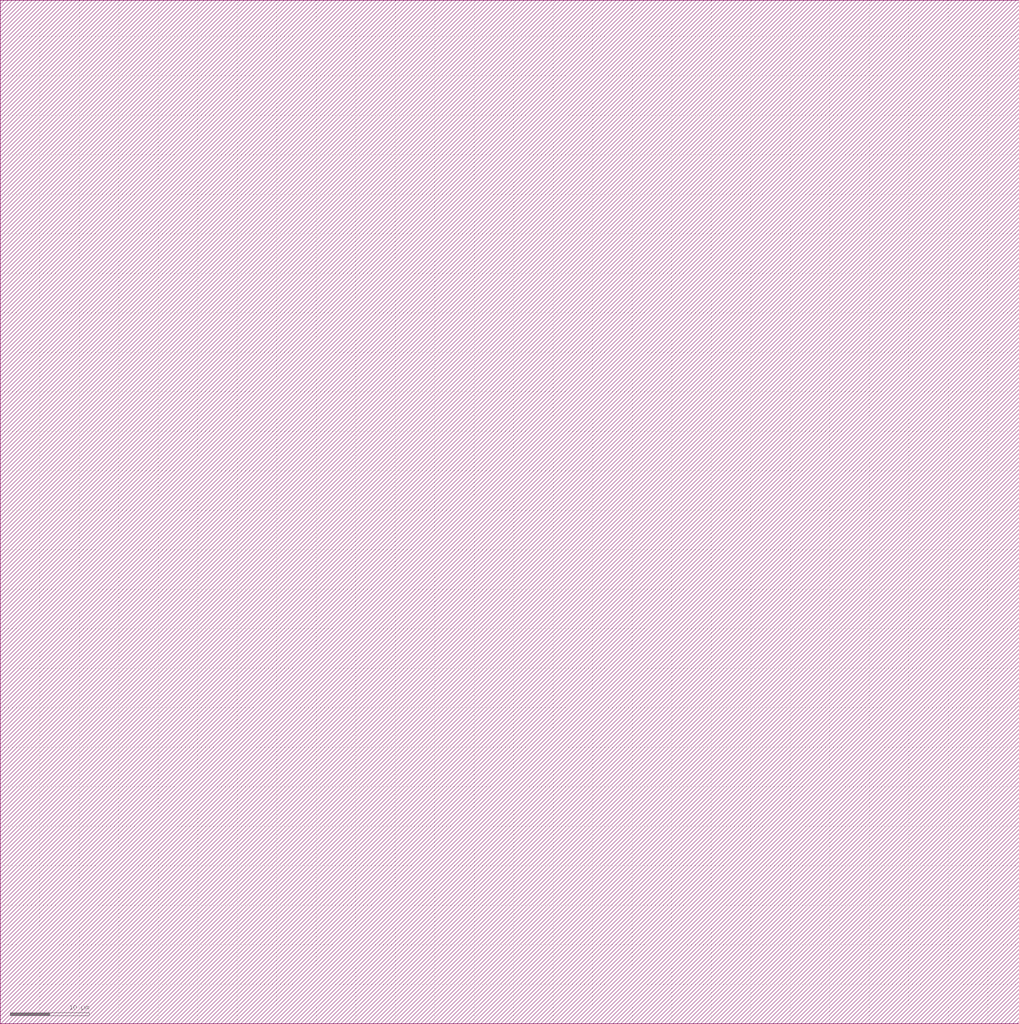
<source format=lef>
VERSION 5.6 ;

BUSBITCHARS "[]" ;

DIVIDERCHAR "/" ;

UNITS
    DATABASE MICRONS 1000 ;
END UNITS

MANUFACTURINGGRID 0.005000 ; 

CLEARANCEMEASURE EUCLIDEAN ; 

USEMINSPACING OBS ON ; 

SITE CoreSite
    CLASS CORE ;
    SIZE 0.600000 BY 0.300000 ;
END CoreSite

LAYER li
   TYPE ROUTING ;
   DIRECTION VERTICAL ;
   MINWIDTH 0.300000 ;
   AREA 0.056250 ;
   WIDTH 0.300000 ;
   SPACINGTABLE
      PARALLELRUNLENGTH 0.0
      WIDTH 0.0 0.225000 ;
   PITCH 0.600000 0.600000 ;
END li

LAYER mcon
    TYPE CUT ;
    SPACING 0.225000 ;
    WIDTH 0.300000 ;
    ENCLOSURE ABOVE 0.075000 0.075000 ;
    ENCLOSURE BELOW 0.000000 0.000000 ;
END mcon

LAYER met1
   TYPE ROUTING ;
   DIRECTION HORIZONTAL ;
   MINWIDTH 0.150000 ;
   AREA 0.084375 ;
   WIDTH 0.150000 ;
   SPACINGTABLE
      PARALLELRUNLENGTH 0.0
      WIDTH 0.0 0.150000 ;
   PITCH 0.300000 0.300000 ;
END met1

LAYER v1
    TYPE CUT ;
    SPACING 0.075000 ;
    WIDTH 0.300000 ;
    ENCLOSURE ABOVE 0.075000 0.075000 ;
    ENCLOSURE BELOW 0.075000 0.075000 ;
END v1

LAYER met2
   TYPE ROUTING ;
   DIRECTION VERTICAL ;
   MINWIDTH 0.150000 ;
   AREA 0.073125 ;
   WIDTH 0.150000 ;
   SPACINGTABLE
      PARALLELRUNLENGTH 0.0
      WIDTH 0.0 0.150000 ;
   PITCH 0.300000 0.300000 ;
END met2

LAYER v2
    TYPE CUT ;
    SPACING 0.150000 ;
    WIDTH 0.300000 ;
    ENCLOSURE ABOVE 0.075000 0.075000 ;
    ENCLOSURE BELOW 0.075000 0.000000 ;
END v2

LAYER met3
   TYPE ROUTING ;
   DIRECTION HORIZONTAL ;
   MINWIDTH 0.300000 ;
   AREA 0.241875 ;
   WIDTH 0.300000 ;
   SPACINGTABLE
      PARALLELRUNLENGTH 0.0
      WIDTH 0.0 0.300000 ;
   PITCH 0.600000 0.600000 ;
END met3

LAYER v3
    TYPE CUT ;
    SPACING 0.150000 ;
    WIDTH 0.450000 ;
    ENCLOSURE ABOVE 0.075000 0.075000 ;
    ENCLOSURE BELOW 0.075000 0.000000 ;
END v3

LAYER met4
   TYPE ROUTING ;
   DIRECTION VERTICAL ;
   MINWIDTH 0.300000 ;
   AREA 0.241875 ;
   WIDTH 0.300000 ;
   SPACINGTABLE
      PARALLELRUNLENGTH 0.0
      WIDTH 0.0 0.300000 ;
   PITCH 0.600000 0.600000 ;
END met4

LAYER v4
    TYPE CUT ;
    SPACING 0.450000 ;
    WIDTH 1.200000 ;
    ENCLOSURE ABOVE 0.150000 0.150000 ;
    ENCLOSURE BELOW 0.000000 0.000000 ;
END v4

LAYER met5
   TYPE ROUTING ;
   DIRECTION HORIZONTAL ;
   MINWIDTH 1.650000 ;
   AREA 4.005000 ;
   WIDTH 1.650000 ;
   SPACINGTABLE
      PARALLELRUNLENGTH 0.0
      WIDTH 0.0 1.650000 ;
   PITCH 3.300000 3.300000 ;
END met5

LAYER OVERLAP
   TYPE OVERLAP ;
END OVERLAP

VIA mcon_C DEFAULT
   LAYER li ;
     RECT -0.150000 -0.150000 0.150000 0.150000 ;
   LAYER mcon ;
     RECT -0.150000 -0.150000 0.150000 0.150000 ;
   LAYER met1 ;
     RECT -0.225000 -0.225000 0.225000 0.225000 ;
END mcon_C

VIA v1_C DEFAULT
   LAYER met1 ;
     RECT -0.225000 -0.225000 0.225000 0.225000 ;
   LAYER v1 ;
     RECT -0.150000 -0.150000 0.150000 0.150000 ;
   LAYER met2 ;
     RECT -0.225000 -0.225000 0.225000 0.225000 ;
END v1_C

VIA v2_C DEFAULT
   LAYER met2 ;
     RECT -0.150000 -0.225000 0.150000 0.225000 ;
   LAYER v2 ;
     RECT -0.150000 -0.150000 0.150000 0.150000 ;
   LAYER met3 ;
     RECT -0.225000 -0.225000 0.225000 0.225000 ;
END v2_C

VIA v2_Ch
   LAYER met2 ;
     RECT -0.225000 -0.150000 0.225000 0.150000 ;
   LAYER v2 ;
     RECT -0.150000 -0.150000 0.150000 0.150000 ;
   LAYER met3 ;
     RECT -0.225000 -0.225000 0.225000 0.225000 ;
END v2_Ch

VIA v2_Cv
   LAYER met2 ;
     RECT -0.150000 -0.225000 0.150000 0.225000 ;
   LAYER v2 ;
     RECT -0.150000 -0.150000 0.150000 0.150000 ;
   LAYER met3 ;
     RECT -0.225000 -0.225000 0.225000 0.225000 ;
END v2_Cv

VIA v3_C DEFAULT
   LAYER met3 ;
     RECT -0.300000 -0.225000 0.300000 0.225000 ;
   LAYER v3 ;
     RECT -0.225000 -0.225000 0.225000 0.225000 ;
   LAYER met4 ;
     RECT -0.300000 -0.300000 0.300000 0.300000 ;
END v3_C

VIA v3_Ch
   LAYER met3 ;
     RECT -0.300000 -0.225000 0.300000 0.225000 ;
   LAYER v3 ;
     RECT -0.225000 -0.225000 0.225000 0.225000 ;
   LAYER met4 ;
     RECT -0.300000 -0.300000 0.300000 0.300000 ;
END v3_Ch

VIA v3_Cv
   LAYER met3 ;
     RECT -0.300000 -0.225000 0.300000 0.225000 ;
   LAYER v3 ;
     RECT -0.225000 -0.225000 0.225000 0.225000 ;
   LAYER met4 ;
     RECT -0.300000 -0.300000 0.300000 0.300000 ;
END v3_Cv

VIA v4_C DEFAULT
   LAYER met4 ;
     RECT -0.600000 -0.600000 0.600000 0.600000 ;
   LAYER v4 ;
     RECT -0.600000 -0.600000 0.600000 0.600000 ;
   LAYER met5 ;
     RECT -0.750000 -0.750000 0.750000 0.750000 ;
END v4_C

MACRO _0_0std_0_0cells_0_0INVX1
    CLASS CORE ;
    FOREIGN _0_0std_0_0cells_0_0INVX1 0.000000 0.000000 ;
    ORIGIN 0.000000 0.000000 ;
    SIZE 2.400000 BY 2.700000 ;
    SYMMETRY X Y ;
    SITE CoreSite ;
    PIN A
        DIRECTION INPUT ;
        USE SIGNAL ;
        PORT
        LAYER li ;
        RECT 0.600000 2.325000 0.900000 2.400000 ;
        RECT 0.600000 2.100000 0.675000 2.325000 ;
        RECT 0.675000 2.100000 0.900000 2.325000 ;
        RECT 1.200000 1.050000 1.425000 1.275000 ;
        RECT 1.425000 1.050000 1.800000 1.275000 ;
        RECT 1.725000 1.275000 2.100000 1.350000 ;
        RECT 1.800000 1.050000 2.025000 1.275000 ;
        RECT 1.725000 0.975000 2.100000 1.050000 ;
        RECT 2.025000 1.050000 2.100000 1.275000 ;
        LAYER mcon ;
        RECT 0.675000 2.100000 0.900000 2.325000 ;
        RECT 1.200000 1.050000 1.425000 1.275000 ;
        LAYER met1 ;
        RECT 0.600000 2.325000 0.975000 2.400000 ;
        RECT 0.600000 2.100000 0.675000 2.325000 ;
        RECT 0.600000 2.025000 0.975000 2.100000 ;
        RECT 0.675000 2.100000 0.900000 2.325000 ;
        RECT 0.900000 2.100000 0.975000 2.325000 ;
        RECT 0.825000 1.275000 0.975000 2.025000 ;
        RECT 0.825000 1.125000 1.200000 1.275000 ;
        RECT 1.125000 1.050000 1.200000 1.125000 ;
        RECT 1.125000 0.975000 1.500000 1.050000 ;
        RECT 1.125000 1.275000 1.500000 1.350000 ;
        RECT 1.200000 1.050000 1.425000 1.275000 ;
        RECT 1.425000 1.050000 1.500000 1.275000 ;
        END
        ANTENNAGATEAREA 0.157500 ;
    END A
    PIN Y
        DIRECTION OUTPUT ;
        USE SIGNAL ;
        PORT
        LAYER li ;
        RECT 0.600000 0.525000 0.675000 0.600000 ;
        RECT 0.600000 0.300000 0.900000 0.525000 ;
        RECT 0.675000 1.725000 0.900000 1.800000 ;
        RECT 0.675000 1.500000 0.900000 1.725000 ;
        RECT 0.675000 0.750000 0.900000 1.500000 ;
        RECT 0.675000 0.525000 0.900000 0.750000 ;
        END
        ANTENNADIFFAREA 0.393750 ;
    END Y
    PIN Vdd
        DIRECTION INPUT ;
        USE POWER ;
        PORT
        LAYER li ;
        RECT 1.125000 1.500000 1.200000 1.725000 ;
        RECT 1.200000 2.100000 1.500000 2.400000 ;
        RECT 1.200000 1.725000 1.425000 2.100000 ;
        RECT 1.200000 1.500000 1.425000 1.725000 ;
        RECT 1.425000 1.500000 1.500000 1.725000 ;
        END
        ANTENNADIFFAREA 0.225000 ;
    END Vdd
    PIN GND
        DIRECTION INPUT ;
        USE GROUND ;
        PORT
        LAYER li ;
        RECT 1.200000 0.450000 1.425000 0.525000 ;
        RECT 1.200000 0.750000 1.425000 0.825000 ;
        RECT 1.200000 0.525000 1.425000 0.750000 ;
        RECT 1.800000 2.100000 2.100000 2.400000 ;
        RECT 1.800000 1.875000 2.025000 2.100000 ;
        LAYER mcon ;
        RECT 1.200000 0.525000 1.425000 0.750000 ;
        RECT 1.800000 1.875000 2.025000 2.100000 ;
        LAYER met1 ;
        RECT 1.125000 0.750000 1.500000 0.825000 ;
        RECT 1.125000 0.525000 1.200000 0.750000 ;
        RECT 1.125000 0.450000 1.500000 0.525000 ;
        RECT 1.725000 2.100000 2.100000 2.175000 ;
        RECT 1.200000 0.525000 1.425000 0.750000 ;
        RECT 1.725000 0.750000 1.875000 1.800000 ;
        RECT 1.425000 0.600000 1.875000 0.750000 ;
        RECT 1.425000 0.525000 1.500000 0.600000 ;
        RECT 1.725000 1.875000 1.800000 2.100000 ;
        RECT 1.725000 1.800000 2.100000 1.875000 ;
        RECT 1.800000 1.875000 2.025000 2.100000 ;
        RECT 2.025000 1.875000 2.100000 2.100000 ;
        END
        ANTENNADIFFAREA 0.168750 ;
    END GND
END _0_0std_0_0cells_0_0INVX1

MACRO _0_0std_0_0cells_0_0MUX2X1
    CLASS CORE ;
    FOREIGN _0_0std_0_0cells_0_0MUX2X1 0.000000 0.000000 ;
    ORIGIN 0.000000 0.000000 ;
    SIZE 6.000000 BY 3.600000 ;
    SYMMETRY X Y ;
    SITE CoreSite ;
    PIN A
        DIRECTION INPUT ;
        USE SIGNAL ;
        PORT
        LAYER li ;
        RECT 0.600000 3.150000 0.675000 3.375000 ;
        RECT 0.600000 3.000000 0.975000 3.150000 ;
        RECT 0.675000 3.150000 0.900000 3.375000 ;
        RECT 0.900000 3.150000 0.975000 3.375000 ;
        END
        ANTENNAGATEAREA 0.281250 ;
    END A
    PIN B
        DIRECTION INPUT ;
        USE SIGNAL ;
        PORT
        LAYER li ;
        RECT 1.800000 3.225000 2.100000 3.300000 ;
        RECT 1.800000 3.000000 1.875000 3.225000 ;
        RECT 1.875000 3.000000 2.100000 3.225000 ;
        RECT 3.600000 3.375000 3.825000 3.450000 ;
        RECT 3.600000 3.075000 3.825000 3.150000 ;
        RECT 3.600000 3.150000 3.825000 3.375000 ;
        LAYER mcon ;
        RECT 1.875000 3.000000 2.100000 3.225000 ;
        RECT 3.600000 3.150000 3.825000 3.375000 ;
        LAYER met1 ;
        RECT 1.875000 3.300000 3.600000 3.375000 ;
        RECT 3.525000 3.375000 3.900000 3.450000 ;
        RECT 1.800000 3.225000 3.600000 3.300000 ;
        RECT 1.800000 3.000000 1.875000 3.225000 ;
        RECT 1.800000 2.925000 2.175000 3.000000 ;
        RECT 1.875000 3.000000 2.100000 3.225000 ;
        RECT 2.100000 3.150000 3.600000 3.225000 ;
        RECT 2.100000 3.000000 2.175000 3.150000 ;
        RECT 3.600000 3.150000 3.825000 3.375000 ;
        RECT 3.825000 3.150000 3.900000 3.375000 ;
        RECT 3.525000 3.075000 3.900000 3.150000 ;
        END
        ANTENNAGATEAREA 0.281250 ;
    END B
    PIN S
        DIRECTION INPUT ;
        USE SIGNAL ;
        PORT
        LAYER li ;
        RECT 2.925000 3.375000 3.300000 3.450000 ;
        RECT 2.925000 3.150000 3.000000 3.375000 ;
        RECT 2.925000 3.000000 3.300000 3.150000 ;
        RECT 3.000000 3.150000 3.225000 3.375000 ;
        RECT 3.225000 3.150000 3.300000 3.375000 ;
        END
        ANTENNAGATEAREA 0.438750 ;
    END S
    PIN Y
        DIRECTION OUTPUT ;
        USE SIGNAL ;
        PORT
        LAYER li ;
        RECT 0.600000 0.525000 0.675000 0.600000 ;
        RECT 0.600000 0.300000 0.900000 0.525000 ;
        RECT 0.675000 0.750000 0.900000 0.825000 ;
        RECT 0.675000 0.525000 0.900000 0.750000 ;
        RECT 5.100000 0.450000 5.325000 0.525000 ;
        RECT 2.550000 2.250000 2.775000 2.325000 ;
        RECT 2.550000 2.025000 2.775000 2.250000 ;
        RECT 2.550000 1.575000 2.775000 2.025000 ;
        RECT 2.550000 1.350000 5.325000 1.575000 ;
        RECT 5.100000 0.750000 5.325000 1.350000 ;
        RECT 5.100000 0.525000 5.325000 0.750000 ;
        RECT 5.100000 1.575000 5.325000 1.800000 ;
        RECT 5.100000 2.025000 5.325000 2.100000 ;
        RECT 5.100000 1.800000 5.325000 2.025000 ;
        LAYER mcon ;
        RECT 0.675000 0.525000 0.900000 0.750000 ;
        RECT 5.100000 0.525000 5.325000 0.750000 ;
        LAYER met1 ;
        RECT 0.600000 0.750000 0.975000 0.825000 ;
        RECT 0.600000 0.525000 0.675000 0.750000 ;
        RECT 0.600000 0.450000 0.975000 0.525000 ;
        RECT 0.675000 0.525000 0.900000 0.750000 ;
        RECT 0.675000 0.300000 5.325000 0.450000 ;
        RECT 0.900000 0.525000 0.975000 0.750000 ;
        RECT 5.025000 0.750000 5.400000 0.825000 ;
        RECT 5.025000 0.525000 5.100000 0.750000 ;
        RECT 5.025000 0.450000 5.400000 0.525000 ;
        RECT 5.100000 0.525000 5.325000 0.750000 ;
        RECT 5.325000 0.525000 5.400000 0.750000 ;
        END
        ANTENNADIFFAREA 1.406250 ;
    END Y
    PIN Vdd
        DIRECTION INPUT ;
        USE POWER ;
        PORT
        LAYER li ;
        RECT 1.200000 3.075000 1.425000 3.300000 ;
        RECT 1.200000 2.025000 1.425000 2.250000 ;
        RECT 1.200000 1.950000 1.425000 2.025000 ;
        RECT 1.200000 2.250000 1.425000 3.075000 ;
        RECT 3.675000 2.550000 3.750000 2.775000 ;
        RECT 3.750000 2.550000 3.975000 2.775000 ;
        RECT 3.975000 2.550000 4.050000 2.775000 ;
        RECT 4.200000 3.225000 4.500000 3.300000 ;
        RECT 4.200000 3.000000 4.425000 3.225000 ;
        RECT 4.425000 3.000000 4.500000 3.225000 ;
        LAYER mcon ;
        RECT 1.200000 3.075000 1.425000 3.300000 ;
        RECT 3.750000 2.550000 3.975000 2.775000 ;
        RECT 4.200000 3.000000 4.425000 3.225000 ;
        LAYER met1 ;
        RECT 1.125000 3.300000 1.500000 3.375000 ;
        RECT 1.125000 3.075000 1.200000 3.300000 ;
        RECT 1.125000 3.000000 1.650000 3.075000 ;
        RECT 1.200000 3.075000 1.425000 3.300000 ;
        RECT 1.425000 3.150000 1.500000 3.300000 ;
        RECT 1.425000 3.075000 1.650000 3.150000 ;
        RECT 1.500000 2.775000 1.650000 3.000000 ;
        RECT 1.500000 2.625000 3.750000 2.775000 ;
        RECT 3.675000 2.550000 3.750000 2.625000 ;
        RECT 3.675000 2.475000 4.050000 2.550000 ;
        RECT 3.750000 2.550000 3.975000 2.775000 ;
        RECT 3.975000 2.625000 4.275000 2.775000 ;
        RECT 3.975000 2.550000 4.050000 2.625000 ;
        RECT 3.675000 2.775000 4.275000 2.850000 ;
        RECT 4.125000 3.000000 4.200000 3.225000 ;
        RECT 4.200000 3.000000 4.425000 3.225000 ;
        RECT 4.125000 3.225000 4.500000 3.300000 ;
        RECT 4.425000 3.000000 4.500000 3.225000 ;
        RECT 4.125000 2.925000 4.500000 3.000000 ;
        RECT 4.125000 2.850000 4.275000 2.925000 ;
        END
        ANTENNADIFFAREA 0.804375 ;
    END Vdd
    PIN GND
        DIRECTION INPUT ;
        USE GROUND ;
        PORT
        LAYER li ;
        RECT 1.650000 0.450000 3.525000 0.525000 ;
        RECT 1.650000 0.525000 1.725000 0.750000 ;
        RECT 1.725000 0.525000 1.950000 0.750000 ;
        RECT 1.950000 0.675000 2.025000 0.750000 ;
        RECT 1.950000 0.525000 3.225000 0.675000 ;
        RECT 3.225000 0.525000 3.450000 0.750000 ;
        RECT 3.450000 0.525000 3.525000 0.750000 ;
        RECT 3.150000 0.675000 3.225000 0.750000 ;
        RECT 3.225000 0.825000 3.450000 1.050000 ;
        RECT 3.225000 0.750000 3.450000 0.825000 ;
        RECT 3.225000 1.050000 3.450000 1.125000 ;
        RECT 5.400000 3.000000 5.625000 3.225000 ;
        RECT 5.625000 3.000000 5.700000 3.225000 ;
        RECT 5.400000 3.225000 5.700000 3.300000 ;
        LAYER mcon ;
        RECT 3.225000 0.825000 3.450000 1.050000 ;
        RECT 5.400000 3.000000 5.625000 3.225000 ;
        LAYER met1 ;
        RECT 3.150000 1.050000 5.700000 1.125000 ;
        RECT 3.150000 0.825000 3.225000 1.050000 ;
        RECT 3.150000 0.600000 3.525000 0.825000 ;
        RECT 3.225000 0.825000 3.450000 1.050000 ;
        RECT 3.450000 0.975000 5.700000 1.050000 ;
        RECT 3.450000 0.825000 3.525000 0.975000 ;
        RECT 5.325000 3.000000 5.400000 3.225000 ;
        RECT 5.325000 2.925000 5.700000 3.000000 ;
        RECT 5.475000 2.850000 5.700000 2.925000 ;
        RECT 5.550000 1.125000 5.700000 2.850000 ;
        RECT 5.400000 3.000000 5.625000 3.225000 ;
        RECT 5.325000 3.225000 5.700000 3.300000 ;
        RECT 5.625000 3.000000 5.700000 3.225000 ;
        END
        ANTENNADIFFAREA 0.630000 ;
    END GND
    OBS
        LAYER li ;
        RECT 0.600000 2.400000 0.975000 2.475000 ;
        RECT 0.600000 2.175000 0.675000 2.400000 ;
        RECT 0.600000 2.100000 0.975000 2.175000 ;
        RECT 0.675000 2.175000 0.900000 2.400000 ;
        RECT 0.900000 2.175000 0.975000 2.400000 ;
        RECT 1.650000 1.800000 1.725000 2.025000 ;
        RECT 3.750000 0.450000 3.975000 0.525000 ;
        RECT 1.725000 2.025000 1.950000 2.100000 ;
        RECT 1.725000 1.800000 1.950000 2.025000 ;
        RECT 1.725000 1.725000 1.950000 1.800000 ;
        RECT 4.575000 0.450000 4.800000 0.525000 ;
        RECT 2.475000 0.900000 2.550000 1.125000 ;
        RECT 2.550000 0.900000 2.775000 1.125000 ;
        RECT 2.775000 0.900000 2.850000 1.125000 ;
        RECT 3.750000 0.750000 3.975000 0.825000 ;
        RECT 3.750000 0.525000 3.975000 0.750000 ;
        RECT 3.975000 0.525000 4.575000 0.750000 ;
        RECT 4.575000 0.750000 4.800000 0.825000 ;
        RECT 4.575000 0.525000 4.800000 0.750000 ;
        RECT 4.050000 1.800000 4.275000 2.025000 ;
        RECT 4.275000 1.800000 4.575000 2.025000 ;
        RECT 4.575000 2.025000 4.800000 2.100000 ;
        RECT 4.575000 1.800000 4.800000 2.025000 ;
        RECT 4.800000 1.800000 4.875000 2.025000 ;
        RECT 4.800000 3.375000 5.025000 3.450000 ;
        RECT 4.800000 3.150000 5.025000 3.375000 ;
        RECT 4.800000 3.075000 5.025000 3.150000 ;
        LAYER met1 ;
        RECT 0.600000 2.400000 0.975000 2.475000 ;
        RECT 0.600000 2.175000 0.675000 2.400000 ;
        RECT 0.600000 2.100000 0.975000 2.175000 ;
        RECT 0.675000 2.175000 0.900000 2.400000 ;
        RECT 0.900000 2.250000 2.325000 2.400000 ;
        RECT 0.900000 2.175000 0.975000 2.250000 ;
        RECT 1.650000 2.025000 2.025000 2.100000 ;
        RECT 1.650000 1.800000 1.725000 2.025000 ;
        RECT 1.650000 1.725000 2.025000 1.800000 ;
        RECT 1.725000 1.800000 1.950000 2.025000 ;
        RECT 1.725000 1.050000 1.950000 1.725000 ;
        RECT 1.725000 0.900000 2.550000 1.050000 ;
        RECT 1.950000 1.800000 2.025000 2.025000 ;
        RECT 2.175000 1.725000 4.350000 1.800000 ;
        RECT 2.550000 0.900000 2.775000 1.125000 ;
        RECT 2.475000 1.125000 2.850000 1.200000 ;
        RECT 2.475000 1.050000 2.550000 1.125000 ;
        RECT 2.775000 0.900000 2.850000 1.125000 ;
        RECT 2.475000 0.825000 2.850000 0.900000 ;
        RECT 2.175000 1.875000 2.325000 2.250000 ;
        RECT 2.175000 1.800000 4.050000 1.875000 ;
        RECT 2.550000 1.425000 5.025000 1.575000 ;
        RECT 2.550000 1.200000 2.775000 1.425000 ;
        RECT 4.050000 1.800000 4.275000 2.025000 ;
        RECT 4.275000 1.800000 4.350000 2.025000 ;
        RECT 3.975000 2.025000 4.350000 2.100000 ;
        RECT 3.975000 1.875000 4.050000 2.025000 ;
        RECT 4.725000 3.375000 5.100000 3.450000 ;
        RECT 4.725000 3.150000 4.800000 3.375000 ;
        RECT 4.725000 3.075000 5.100000 3.150000 ;
        RECT 4.875000 1.575000 5.025000 3.075000 ;
        RECT 4.800000 3.150000 5.025000 3.375000 ;
        RECT 5.025000 3.150000 5.100000 3.375000 ;
    END
END _0_0std_0_0cells_0_0MUX2X1

MACRO _0_0std_0_0cells_0_0AND2X1
    CLASS CORE ;
    FOREIGN _0_0std_0_0cells_0_0AND2X1 0.000000 0.000000 ;
    ORIGIN 0.000000 0.000000 ;
    SIZE 3.000000 BY 4.200000 ;
    SYMMETRY X Y ;
    SITE CoreSite ;
    PIN A
        DIRECTION INPUT ;
        USE SIGNAL ;
        PORT
        LAYER li ;
        RECT 0.600000 3.600000 0.900000 3.900000 ;
        RECT 0.600000 3.525000 0.975000 3.600000 ;
        RECT 0.600000 3.300000 0.675000 3.525000 ;
        RECT 0.600000 3.225000 0.975000 3.300000 ;
        RECT 0.675000 3.300000 0.900000 3.525000 ;
        RECT 0.900000 3.300000 0.975000 3.525000 ;
        END
        ANTENNAGATEAREA 0.202500 ;
    END A
    PIN B
        DIRECTION INPUT ;
        USE SIGNAL ;
        PORT
        LAYER li ;
        RECT 1.725000 3.525000 2.100000 3.600000 ;
        RECT 1.725000 3.300000 1.800000 3.525000 ;
        RECT 1.725000 3.225000 2.100000 3.300000 ;
        RECT 1.800000 3.600000 2.100000 3.900000 ;
        RECT 1.800000 3.300000 2.025000 3.525000 ;
        RECT 2.025000 3.300000 2.100000 3.525000 ;
        END
        ANTENNAGATEAREA 0.202500 ;
    END B
    PIN Y
        DIRECTION OUTPUT ;
        USE SIGNAL ;
        PORT
        LAYER li ;
        RECT 2.250000 1.425000 2.700000 1.500000 ;
        RECT 2.250000 1.200000 2.325000 1.425000 ;
        RECT 2.325000 1.500000 2.700000 2.325000 ;
        RECT 2.325000 1.200000 2.625000 1.425000 ;
        RECT 2.625000 1.200000 2.700000 1.425000 ;
        RECT 2.325000 2.550000 2.700000 2.625000 ;
        RECT 2.400000 2.625000 2.700000 3.900000 ;
        RECT 2.325000 2.325000 2.625000 2.550000 ;
        RECT 2.625000 2.325000 2.700000 2.550000 ;
        END
        ANTENNADIFFAREA 0.472500 ;
    END Y
    PIN Vdd
        DIRECTION INPUT ;
        USE POWER ;
        PORT
        LAYER li ;
        RECT 0.600000 2.700000 2.100000 2.925000 ;
        RECT 0.600000 2.550000 0.975000 2.700000 ;
        RECT 0.600000 2.325000 0.675000 2.550000 ;
        RECT 0.600000 2.250000 0.975000 2.325000 ;
        RECT 0.675000 2.325000 0.900000 2.550000 ;
        RECT 0.900000 2.325000 0.975000 2.550000 ;
        RECT 1.200000 2.925000 1.500000 3.900000 ;
        RECT 1.725000 2.550000 2.100000 2.700000 ;
        RECT 1.725000 2.325000 1.800000 2.550000 ;
        RECT 1.725000 2.250000 2.100000 2.325000 ;
        RECT 1.800000 2.325000 2.025000 2.550000 ;
        RECT 2.025000 2.325000 2.100000 2.550000 ;
        END
        ANTENNADIFFAREA 0.495000 ;
    END Vdd
    PIN GND
        DIRECTION INPUT ;
        USE GROUND ;
        PORT
        LAYER li ;
        RECT 0.600000 0.525000 0.900000 0.600000 ;
        RECT 0.600000 0.300000 2.025000 0.525000 ;
        RECT 1.725000 1.125000 1.800000 1.350000 ;
        RECT 1.725000 1.050000 2.025000 1.125000 ;
        RECT 1.800000 1.125000 2.025000 1.350000 ;
        RECT 1.800000 0.525000 2.025000 1.050000 ;
        RECT 1.725000 1.350000 2.025000 1.425000 ;
        END
        ANTENNADIFFAREA 0.258750 ;
    END GND
    OBS
        LAYER li ;
        RECT 0.600000 1.725000 1.500000 1.950000 ;
        RECT 0.600000 1.650000 1.800000 1.725000 ;
        RECT 0.600000 1.425000 0.975000 1.650000 ;
        RECT 0.600000 1.200000 0.675000 1.425000 ;
        RECT 0.600000 1.125000 0.975000 1.200000 ;
        RECT 1.500000 1.725000 1.725000 1.950000 ;
        RECT 0.675000 1.200000 0.900000 1.425000 ;
        RECT 1.725000 1.725000 1.800000 1.950000 ;
        RECT 0.900000 1.200000 0.975000 1.425000 ;
        RECT 2.325000 0.375000 2.400000 0.600000 ;
        RECT 2.325000 0.300000 2.700000 0.375000 ;
        RECT 1.200000 2.175000 1.275000 2.400000 ;
        RECT 1.200000 2.025000 1.500000 2.175000 ;
        RECT 1.200000 1.950000 1.800000 2.025000 ;
        RECT 2.400000 0.375000 2.625000 0.600000 ;
        RECT 1.200000 2.400000 1.500000 2.475000 ;
        RECT 1.275000 2.175000 1.500000 2.400000 ;
        RECT 2.625000 0.375000 2.700000 0.600000 ;
        RECT 2.325000 0.900000 2.700000 0.975000 ;
        RECT 2.325000 0.675000 2.400000 0.900000 ;
        RECT 2.325000 0.600000 2.700000 0.675000 ;
        RECT 2.400000 0.675000 2.625000 0.900000 ;
        RECT 2.625000 0.675000 2.700000 0.900000 ;
        LAYER met1 ;
        RECT 1.425000 1.950000 2.700000 2.025000 ;
        RECT 1.425000 1.725000 1.500000 1.950000 ;
        RECT 1.425000 1.650000 2.700000 1.725000 ;
        RECT 1.500000 1.725000 1.725000 1.950000 ;
        RECT 1.725000 1.725000 2.700000 1.950000 ;
        RECT 2.325000 0.900000 2.700000 1.650000 ;
        RECT 2.325000 0.675000 2.400000 0.900000 ;
        RECT 2.325000 0.600000 2.700000 0.675000 ;
        RECT 2.400000 0.675000 2.625000 0.900000 ;
        RECT 2.625000 0.675000 2.700000 0.900000 ;
    END
END _0_0std_0_0cells_0_0AND2X1

MACRO _0_0cell_0_0gcelem2x0
    CLASS CORE ;
    FOREIGN _0_0cell_0_0gcelem2x0 0.000000 0.000000 ;
    ORIGIN 0.000000 0.000000 ;
    SIZE 6.600000 BY 3.600000 ;
    SYMMETRY X Y ;
    SITE CoreSite ;
    PIN in_50_6
        DIRECTION INPUT ;
        USE SIGNAL ;
        PORT
        LAYER li ;
        RECT 0.600000 2.775000 0.675000 3.000000 ;
        RECT 0.600000 2.700000 0.900000 2.775000 ;
        RECT 0.675000 3.000000 0.900000 3.075000 ;
        RECT 0.675000 2.775000 0.900000 3.000000 ;
        END
        ANTENNAGATEAREA 0.213750 ;
    END in_50_6
    PIN in_51_6
        DIRECTION INPUT ;
        USE SIGNAL ;
        PORT
        LAYER li ;
        RECT 2.400000 2.925000 2.700000 3.000000 ;
        RECT 2.400000 2.700000 2.775000 2.925000 ;
        RECT 2.775000 2.700000 3.000000 2.925000 ;
        RECT 3.000000 2.700000 3.075000 2.925000 ;
        END
        ANTENNAGATEAREA 0.213750 ;
    END in_51_6
    PIN out
        DIRECTION OUTPUT ;
        USE SIGNAL ;
        PORT
        LAYER li ;
        RECT 0.600000 0.375000 0.675000 0.600000 ;
        RECT 0.600000 0.300000 0.900000 0.375000 ;
        RECT 0.675000 0.375000 0.900000 0.600000 ;
        RECT 3.600000 0.750000 3.825000 0.900000 ;
        RECT 3.600000 0.525000 3.825000 0.750000 ;
        RECT 3.525000 1.800000 3.600000 2.025000 ;
        RECT 5.850000 0.375000 6.075000 0.600000 ;
        RECT 3.600000 1.800000 3.825000 2.025000 ;
        RECT 3.600000 1.125000 3.825000 1.800000 ;
        RECT 3.600000 0.900000 3.825000 1.125000 ;
        RECT 5.850000 0.600000 6.075000 1.350000 ;
        RECT 3.825000 1.800000 3.900000 2.025000 ;
        RECT 5.850000 1.575000 6.075000 1.650000 ;
        RECT 5.850000 1.350000 6.075000 1.575000 ;
        LAYER mcon ;
        RECT 0.675000 0.375000 0.900000 0.600000 ;
        RECT 3.600000 0.525000 3.825000 0.750000 ;
        RECT 5.850000 0.375000 6.075000 0.600000 ;
        LAYER met1 ;
        RECT 0.600000 0.600000 3.600000 0.675000 ;
        RECT 0.600000 0.375000 0.675000 0.600000 ;
        RECT 0.600000 0.300000 0.975000 0.375000 ;
        RECT 0.675000 0.375000 0.900000 0.600000 ;
        RECT 0.900000 0.525000 3.600000 0.600000 ;
        RECT 0.900000 0.375000 0.975000 0.525000 ;
        RECT 3.600000 0.525000 3.825000 0.750000 ;
        RECT 3.525000 0.450000 3.900000 0.525000 ;
        RECT 3.525000 0.750000 3.900000 0.825000 ;
        RECT 3.525000 0.675000 3.600000 0.750000 ;
        RECT 3.825000 0.675000 3.900000 0.750000 ;
        RECT 3.825000 0.600000 6.150000 0.675000 ;
        RECT 3.825000 0.525000 5.850000 0.600000 ;
        RECT 5.775000 0.375000 5.850000 0.525000 ;
        RECT 5.775000 0.300000 6.150000 0.375000 ;
        RECT 5.850000 0.375000 6.075000 0.600000 ;
        RECT 6.075000 0.375000 6.150000 0.600000 ;
        END
        ANTENNAGATEAREA 0.360000 ;
        ANTENNADIFFAREA 0.630000 ;
    END out
    PIN Vdd
        DIRECTION INPUT ;
        USE POWER ;
        PORT
        LAYER li ;
        RECT 0.600000 1.800000 0.675000 2.025000 ;
        RECT 0.675000 1.800000 0.900000 2.025000 ;
        RECT 0.675000 1.650000 0.975000 1.800000 ;
        RECT 0.675000 1.425000 1.800000 1.650000 ;
        RECT 0.900000 1.800000 0.975000 2.025000 ;
        RECT 1.575000 0.450000 1.800000 1.425000 ;
        RECT 1.575000 0.225000 1.800000 0.450000 ;
        RECT 1.575000 0.150000 1.800000 0.225000 ;
        RECT 4.500000 1.800000 4.575000 2.025000 ;
        RECT 4.575000 1.800000 4.800000 2.025000 ;
        RECT 4.800000 1.800000 4.875000 2.025000 ;
        RECT 4.200000 2.925000 4.500000 3.000000 ;
        RECT 4.200000 2.700000 4.275000 2.925000 ;
        RECT 4.275000 2.700000 4.500000 2.925000 ;
        LAYER mcon ;
        RECT 0.675000 1.800000 0.900000 2.025000 ;
        RECT 4.275000 2.700000 4.500000 2.925000 ;
        RECT 4.575000 1.800000 4.800000 2.025000 ;
        LAYER met1 ;
        RECT 0.600000 2.025000 0.975000 2.100000 ;
        RECT 0.600000 1.800000 0.675000 2.025000 ;
        RECT 0.600000 1.725000 0.975000 1.800000 ;
        RECT 0.675000 1.800000 0.900000 2.025000 ;
        RECT 0.900000 1.800000 4.575000 2.025000 ;
        RECT 4.200000 2.925000 4.575000 3.000000 ;
        RECT 4.200000 2.700000 4.275000 2.925000 ;
        RECT 4.575000 1.800000 4.800000 2.025000 ;
        RECT 4.275000 2.700000 4.500000 2.925000 ;
        RECT 4.800000 1.800000 4.875000 2.025000 ;
        RECT 4.500000 2.700000 4.575000 2.925000 ;
        RECT 4.200000 2.625000 4.575000 2.700000 ;
        RECT 4.275000 2.100000 4.425000 2.625000 ;
        RECT 4.275000 2.025000 4.875000 2.100000 ;
        RECT 4.500000 1.725000 4.875000 1.800000 ;
        END
        ANTENNAGATEAREA 0.945000 ;
        ANTENNADIFFAREA 0.472500 ;
    END Vdd
    PIN GND
        DIRECTION INPUT ;
        USE GROUND ;
        PORT
        LAYER li ;
        RECT 0.600000 0.900000 0.675000 1.125000 ;
        RECT 0.600000 0.825000 0.975000 0.900000 ;
        RECT 0.675000 1.125000 0.900000 1.200000 ;
        RECT 0.675000 0.900000 0.900000 1.125000 ;
        RECT 0.900000 0.900000 0.975000 1.125000 ;
        RECT 1.200000 2.700000 1.575000 2.775000 ;
        RECT 1.200000 2.475000 1.275000 2.700000 ;
        RECT 1.200000 2.400000 1.575000 2.475000 ;
        RECT 1.275000 2.475000 1.500000 2.700000 ;
        RECT 1.500000 2.475000 1.575000 2.700000 ;
        RECT 4.500000 1.125000 4.875000 1.200000 ;
        RECT 4.500000 0.900000 4.575000 1.125000 ;
        RECT 4.575000 0.900000 4.800000 1.125000 ;
        RECT 4.800000 0.900000 4.875000 1.125000 ;
        RECT 5.925000 2.625000 6.300000 2.700000 ;
        RECT 5.925000 2.400000 6.000000 2.625000 ;
        RECT 6.000000 2.700000 6.300000 3.000000 ;
        RECT 6.000000 2.400000 6.225000 2.625000 ;
        RECT 6.225000 2.400000 6.300000 2.625000 ;
        LAYER mcon ;
        RECT 0.675000 0.900000 0.900000 1.125000 ;
        RECT 1.275000 2.475000 1.500000 2.700000 ;
        RECT 4.575000 0.900000 4.800000 1.125000 ;
        RECT 6.000000 2.400000 6.225000 2.625000 ;
        LAYER met1 ;
        RECT 0.300000 2.250000 1.350000 2.400000 ;
        RECT 0.300000 1.125000 0.450000 2.250000 ;
        RECT 0.300000 0.975000 0.675000 1.125000 ;
        RECT 0.600000 0.900000 0.675000 0.975000 ;
        RECT 0.600000 0.825000 0.975000 0.900000 ;
        RECT 0.600000 1.125000 4.875000 1.200000 ;
        RECT 0.675000 0.900000 0.900000 1.125000 ;
        RECT 1.200000 2.700000 1.575000 2.775000 ;
        RECT 1.200000 2.475000 1.275000 2.700000 ;
        RECT 1.200000 2.400000 1.575000 2.475000 ;
        RECT 0.900000 1.050000 4.575000 1.125000 ;
        RECT 0.900000 0.900000 0.975000 1.050000 ;
        RECT 1.275000 2.475000 1.500000 2.700000 ;
        RECT 6.000000 1.125000 6.225000 2.325000 ;
        RECT 1.500000 2.475000 1.575000 2.700000 ;
        RECT 4.500000 0.900000 4.575000 1.050000 ;
        RECT 4.500000 0.825000 4.875000 0.900000 ;
        RECT 5.925000 2.625000 6.300000 2.700000 ;
        RECT 4.575000 0.900000 4.800000 1.125000 ;
        RECT 5.925000 2.400000 6.000000 2.625000 ;
        RECT 5.925000 2.325000 6.300000 2.400000 ;
        RECT 4.800000 0.900000 6.225000 1.125000 ;
        RECT 6.000000 2.400000 6.225000 2.625000 ;
        RECT 6.225000 2.400000 6.300000 2.625000 ;
        END
        ANTENNAGATEAREA 0.472500 ;
        ANTENNADIFFAREA 0.382500 ;
    END GND
    OBS
        LAYER li ;
        RECT 1.950000 2.250000 5.475000 2.475000 ;
        RECT 1.800000 2.850000 2.175000 2.925000 ;
        RECT 1.800000 2.625000 1.875000 2.850000 ;
        RECT 1.800000 2.550000 2.175000 2.625000 ;
        RECT 1.875000 2.625000 2.100000 2.850000 ;
        RECT 2.100000 2.625000 2.175000 2.850000 ;
        RECT 1.950000 2.475000 2.175000 2.550000 ;
        RECT 5.175000 1.725000 5.550000 1.800000 ;
        RECT 5.175000 1.125000 5.550000 1.200000 ;
        RECT 5.250000 1.200000 5.475000 1.725000 ;
        RECT 5.175000 2.100000 5.475000 2.250000 ;
        RECT 5.175000 2.025000 5.550000 2.100000 ;
        RECT 5.175000 1.800000 5.250000 2.025000 ;
        RECT 5.175000 0.900000 5.250000 1.125000 ;
        RECT 5.250000 1.800000 5.475000 2.025000 ;
        RECT 5.250000 0.900000 5.475000 1.125000 ;
        RECT 5.475000 1.800000 5.550000 2.025000 ;
        RECT 5.475000 0.900000 5.550000 1.125000 ;
    END
END _0_0cell_0_0gcelem2x0

MACRO _0_0cell_0_0ginvx0
    CLASS CORE ;
    FOREIGN _0_0cell_0_0ginvx0 0.000000 0.000000 ;
    ORIGIN 0.000000 0.000000 ;
    SIZE 2.400000 BY 2.700000 ;
    SYMMETRY X Y ;
    SITE CoreSite ;
    PIN in_50_6
        DIRECTION INPUT ;
        USE SIGNAL ;
        PORT
        LAYER li ;
        RECT 0.600000 2.325000 0.900000 2.400000 ;
        RECT 0.600000 2.100000 0.675000 2.325000 ;
        RECT 0.675000 2.100000 0.900000 2.325000 ;
        RECT 1.200000 1.125000 1.425000 1.350000 ;
        RECT 1.425000 1.125000 1.800000 1.350000 ;
        RECT 1.725000 1.350000 2.100000 1.425000 ;
        RECT 1.800000 1.125000 2.025000 1.350000 ;
        RECT 1.725000 1.050000 2.100000 1.125000 ;
        RECT 2.025000 1.125000 2.100000 1.350000 ;
        LAYER mcon ;
        RECT 0.675000 2.100000 0.900000 2.325000 ;
        RECT 1.200000 1.125000 1.425000 1.350000 ;
        LAYER met1 ;
        RECT 0.600000 2.325000 0.975000 2.400000 ;
        RECT 0.600000 2.100000 0.675000 2.325000 ;
        RECT 0.600000 2.025000 0.975000 2.100000 ;
        RECT 0.675000 2.100000 0.900000 2.325000 ;
        RECT 0.675000 1.350000 0.900000 2.025000 ;
        RECT 0.675000 1.125000 1.200000 1.350000 ;
        RECT 0.900000 2.100000 0.975000 2.325000 ;
        RECT 1.200000 1.125000 1.425000 1.350000 ;
        RECT 1.125000 1.050000 1.500000 1.125000 ;
        RECT 1.125000 1.350000 1.500000 1.425000 ;
        RECT 1.425000 1.125000 1.500000 1.350000 ;
        END
        ANTENNAGATEAREA 0.135000 ;
    END in_50_6
    PIN out
        DIRECTION OUTPUT ;
        USE SIGNAL ;
        PORT
        LAYER li ;
        RECT 0.600000 0.300000 0.900000 0.600000 ;
        RECT 0.675000 1.725000 0.900000 1.800000 ;
        RECT 0.675000 1.500000 0.900000 1.725000 ;
        RECT 0.675000 0.825000 0.900000 1.500000 ;
        RECT 0.675000 0.600000 0.900000 0.825000 ;
        END
        ANTENNADIFFAREA 0.337500 ;
    END out
    PIN Vdd
        DIRECTION INPUT ;
        USE POWER ;
        PORT
        LAYER li ;
        RECT 1.125000 1.575000 1.200000 1.800000 ;
        RECT 1.200000 2.100000 1.500000 2.400000 ;
        RECT 1.200000 1.800000 1.425000 2.100000 ;
        RECT 1.200000 1.575000 1.425000 1.800000 ;
        RECT 1.425000 1.575000 1.500000 1.800000 ;
        END
        ANTENNADIFFAREA 0.168750 ;
    END Vdd
    PIN GND
        DIRECTION INPUT ;
        USE GROUND ;
        PORT
        LAYER li ;
        RECT 1.125000 0.600000 1.200000 0.825000 ;
        RECT 1.200000 0.600000 1.425000 0.825000 ;
        RECT 1.425000 0.600000 1.800000 0.825000 ;
        RECT 1.800000 2.325000 2.100000 2.400000 ;
        RECT 1.800000 2.100000 2.025000 2.325000 ;
        RECT 1.800000 0.600000 2.025000 0.825000 ;
        RECT 2.025000 2.100000 2.100000 2.325000 ;
        LAYER mcon ;
        RECT 1.800000 2.100000 2.025000 2.325000 ;
        RECT 1.800000 0.600000 2.025000 0.825000 ;
        LAYER met1 ;
        RECT 1.725000 2.325000 2.100000 2.400000 ;
        RECT 1.725000 2.100000 1.800000 2.325000 ;
        RECT 1.725000 0.825000 2.100000 0.900000 ;
        RECT 1.725000 0.600000 1.800000 0.825000 ;
        RECT 1.725000 0.525000 2.100000 0.600000 ;
        RECT 1.800000 2.100000 2.025000 2.325000 ;
        RECT 1.725000 2.025000 2.100000 2.100000 ;
        RECT 1.800000 0.900000 2.025000 2.025000 ;
        RECT 1.800000 0.600000 2.025000 0.825000 ;
        RECT 2.025000 2.100000 2.100000 2.325000 ;
        RECT 2.025000 0.600000 2.100000 0.825000 ;
        END
        ANTENNADIFFAREA 0.168750 ;
    END GND
END _0_0cell_0_0ginvx0

MACRO _0_0std_0_0cells_0_0NOR2X1
    CLASS CORE ;
    FOREIGN _0_0std_0_0cells_0_0NOR2X1 0.000000 0.000000 ;
    ORIGIN 0.000000 0.000000 ;
    SIZE 3.000000 BY 4.200000 ;
    SYMMETRY X Y ;
    SITE CoreSite ;
    PIN A
        DIRECTION INPUT ;
        USE SIGNAL ;
        PORT
        LAYER li ;
        RECT 0.600000 3.525000 0.900000 3.900000 ;
        RECT 0.600000 3.450000 0.975000 3.525000 ;
        RECT 0.600000 3.225000 0.675000 3.450000 ;
        RECT 0.600000 3.150000 0.975000 3.225000 ;
        RECT 0.675000 3.225000 0.900000 3.450000 ;
        RECT 0.900000 3.225000 0.975000 3.450000 ;
        END
        ANTENNAGATEAREA 0.236250 ;
    END A
    PIN B
        DIRECTION INPUT ;
        USE SIGNAL ;
        PORT
        LAYER li ;
        RECT 1.725000 3.450000 2.100000 3.525000 ;
        RECT 1.725000 3.225000 1.800000 3.450000 ;
        RECT 1.725000 3.150000 2.100000 3.225000 ;
        RECT 1.800000 3.525000 2.100000 3.900000 ;
        RECT 1.800000 3.225000 2.025000 3.450000 ;
        RECT 2.025000 3.225000 2.100000 3.450000 ;
        END
        ANTENNAGATEAREA 0.236250 ;
    END B
    PIN Y
        DIRECTION OUTPUT ;
        USE SIGNAL ;
        PORT
        LAYER li ;
        RECT 1.125000 1.425000 2.700000 1.725000 ;
        RECT 1.125000 1.125000 1.500000 1.425000 ;
        RECT 1.125000 0.900000 1.200000 1.125000 ;
        RECT 1.125000 0.825000 1.500000 0.900000 ;
        RECT 1.200000 0.900000 1.425000 1.125000 ;
        RECT 1.425000 0.900000 1.500000 1.125000 ;
        RECT 1.725000 2.175000 2.025000 2.325000 ;
        RECT 1.725000 1.950000 1.950000 2.175000 ;
        RECT 1.725000 1.725000 2.025000 1.950000 ;
        RECT 1.950000 1.950000 2.025000 2.175000 ;
        RECT 2.400000 1.725000 2.700000 3.900000 ;
        END
        ANTENNADIFFAREA 0.590625 ;
    END Y
    PIN Vdd
        DIRECTION INPUT ;
        USE POWER ;
        PORT
        LAYER li ;
        RECT 0.600000 2.775000 0.975000 2.850000 ;
        RECT 0.600000 2.550000 0.675000 2.775000 ;
        RECT 0.600000 2.475000 1.500000 2.550000 ;
        RECT 0.675000 2.550000 0.900000 2.775000 ;
        RECT 0.900000 2.700000 0.975000 2.775000 ;
        RECT 0.900000 2.550000 1.500000 2.700000 ;
        RECT 1.200000 2.700000 1.500000 3.900000 ;
        END
        ANTENNADIFFAREA 0.421875 ;
    END Vdd
    PIN GND
        DIRECTION INPUT ;
        USE GROUND ;
        PORT
        LAYER li ;
        RECT 0.600000 1.125000 0.900000 1.200000 ;
        RECT 0.600000 0.825000 0.675000 1.125000 ;
        RECT 0.600000 0.600000 0.900000 0.825000 ;
        RECT 0.600000 0.300000 2.025000 0.600000 ;
        RECT 0.675000 0.825000 0.900000 1.125000 ;
        RECT 1.725000 0.600000 2.025000 0.825000 ;
        RECT 1.725000 1.125000 2.025000 1.200000 ;
        RECT 1.725000 0.825000 1.950000 1.125000 ;
        RECT 1.950000 0.825000 2.025000 1.125000 ;
        END
        ANTENNADIFFAREA 0.337500 ;
    END GND
END _0_0std_0_0cells_0_0NOR2X1

MACRO _0_0cell_0_0gcelem3x0
    CLASS CORE ;
    FOREIGN _0_0cell_0_0gcelem3x0 0.000000 0.000000 ;
    ORIGIN 0.000000 0.000000 ;
    SIZE 6.600000 BY 4.500000 ;
    SYMMETRY X Y ;
    SITE CoreSite ;
    PIN in_50_6
        DIRECTION INPUT ;
        USE SIGNAL ;
        PORT
        LAYER li ;
        RECT 0.600000 4.125000 0.900000 4.200000 ;
        RECT 0.600000 3.900000 0.675000 4.125000 ;
        RECT 0.675000 3.900000 0.900000 4.125000 ;
        RECT 2.775000 0.450000 3.000000 0.525000 ;
        RECT 2.775000 0.225000 3.000000 0.450000 ;
        RECT 2.775000 0.150000 3.000000 0.225000 ;
        RECT 2.250000 3.450000 2.475000 3.675000 ;
        RECT 2.250000 1.575000 2.475000 3.450000 ;
        RECT 2.250000 1.350000 2.625000 1.575000 ;
        RECT 2.625000 1.350000 2.850000 1.575000 ;
        RECT 2.850000 1.350000 2.925000 1.575000 ;
        LAYER mcon ;
        RECT 0.675000 3.900000 0.900000 4.125000 ;
        RECT 2.250000 3.450000 2.475000 3.675000 ;
        RECT 2.625000 1.350000 2.850000 1.575000 ;
        RECT 2.775000 0.225000 3.000000 0.450000 ;
        LAYER met1 ;
        RECT 0.600000 4.125000 0.975000 4.200000 ;
        RECT 0.600000 3.900000 0.675000 4.125000 ;
        RECT 0.600000 3.825000 0.975000 3.900000 ;
        RECT 0.675000 3.900000 0.900000 4.125000 ;
        RECT 0.900000 3.900000 0.975000 4.125000 ;
        RECT 0.750000 3.750000 0.975000 3.825000 ;
        RECT 0.750000 3.675000 2.550000 3.750000 ;
        RECT 0.750000 3.600000 2.250000 3.675000 ;
        RECT 2.175000 3.450000 2.250000 3.600000 ;
        RECT 2.175000 3.375000 2.550000 3.450000 ;
        RECT 2.250000 3.450000 2.475000 3.675000 ;
        RECT 2.475000 3.450000 2.550000 3.675000 ;
        RECT 2.700000 0.525000 2.850000 1.275000 ;
        RECT 2.700000 0.450000 3.075000 0.525000 ;
        RECT 2.700000 0.225000 2.775000 0.450000 ;
        RECT 2.700000 0.150000 3.075000 0.225000 ;
        RECT 2.775000 0.225000 3.000000 0.450000 ;
        RECT 3.000000 0.225000 3.075000 0.450000 ;
        RECT 2.550000 1.575000 2.925000 1.650000 ;
        RECT 2.550000 1.350000 2.625000 1.575000 ;
        RECT 2.550000 1.275000 2.925000 1.350000 ;
        RECT 2.625000 1.350000 2.850000 1.575000 ;
        RECT 2.850000 1.350000 2.925000 1.575000 ;
        END
        ANTENNAGATEAREA 0.371250 ;
    END in_50_6
    PIN in_51_6
        DIRECTION INPUT ;
        USE SIGNAL ;
        PORT
        LAYER li ;
        RECT 1.800000 3.975000 1.875000 4.200000 ;
        RECT 1.800000 3.900000 2.100000 3.975000 ;
        RECT 1.875000 4.200000 2.100000 4.275000 ;
        RECT 1.875000 3.975000 2.100000 4.200000 ;
        END
        ANTENNAGATEAREA 0.371250 ;
    END in_51_6
    PIN in_52_6
        DIRECTION INPUT ;
        USE SIGNAL ;
        PORT
        LAYER li ;
        RECT 3.000000 3.900000 3.375000 4.125000 ;
        RECT 3.000000 3.675000 3.075000 3.900000 ;
        RECT 3.000000 4.125000 3.300000 4.200000 ;
        RECT 3.075000 3.675000 3.300000 3.900000 ;
        RECT 3.300000 3.675000 3.375000 3.900000 ;
        END
        ANTENNAGATEAREA 0.371250 ;
    END in_52_6
    PIN out
        DIRECTION OUTPUT ;
        USE SIGNAL ;
        PORT
        LAYER li ;
        RECT 0.600000 0.750000 0.675000 0.975000 ;
        RECT 0.600000 0.600000 0.900000 0.750000 ;
        RECT 0.675000 0.750000 0.900000 0.975000 ;
        RECT 2.250000 0.750000 2.475000 0.975000 ;
        RECT 2.475000 0.750000 3.675000 0.975000 ;
        RECT 3.675000 0.750000 3.900000 0.975000 ;
        RECT 3.600000 0.975000 3.825000 2.400000 ;
        RECT 3.900000 0.825000 5.475000 0.975000 ;
        RECT 3.900000 0.750000 5.700000 0.825000 ;
        RECT 5.475000 0.825000 5.700000 1.050000 ;
        RECT 5.475000 1.050000 5.700000 1.125000 ;
        RECT 3.600000 2.625000 3.825000 2.700000 ;
        RECT 3.600000 2.400000 3.825000 2.625000 ;
        LAYER mcon ;
        RECT 0.675000 0.750000 0.900000 0.975000 ;
        RECT 2.250000 0.750000 2.475000 0.975000 ;
        LAYER met1 ;
        RECT 0.600000 0.975000 0.975000 1.050000 ;
        RECT 0.600000 0.750000 0.675000 0.975000 ;
        RECT 0.600000 0.675000 2.550000 0.750000 ;
        RECT 0.675000 0.750000 0.900000 0.975000 ;
        RECT 0.900000 0.825000 0.975000 0.975000 ;
        RECT 0.900000 0.750000 2.250000 0.825000 ;
        RECT 2.250000 0.750000 2.475000 0.975000 ;
        RECT 2.475000 0.750000 2.550000 0.975000 ;
        RECT 2.175000 0.975000 2.550000 1.050000 ;
        RECT 2.175000 0.825000 2.250000 0.975000 ;
        END
        ANTENNAGATEAREA 0.360000 ;
        ANTENNADIFFAREA 0.995625 ;
    END out
    PIN Vdd
        DIRECTION INPUT ;
        USE POWER ;
        PORT
        LAYER li ;
        RECT 0.600000 2.475000 0.675000 2.700000 ;
        RECT 0.675000 2.475000 0.900000 2.700000 ;
        RECT 0.900000 2.475000 0.975000 2.700000 ;
        RECT 1.200000 1.050000 1.875000 1.125000 ;
        RECT 1.200000 0.825000 1.425000 1.050000 ;
        RECT 1.200000 0.750000 1.425000 0.825000 ;
        RECT 1.425000 0.900000 1.875000 1.050000 ;
        RECT 1.650000 1.125000 1.875000 1.950000 ;
        RECT 1.650000 1.950000 1.875000 2.175000 ;
        RECT 4.200000 4.125000 4.500000 4.200000 ;
        RECT 4.200000 3.900000 4.275000 4.125000 ;
        RECT 4.275000 2.400000 4.500000 2.625000 ;
        RECT 4.275000 3.900000 4.500000 4.125000 ;
        RECT 4.500000 2.400000 4.950000 2.625000 ;
        RECT 4.950000 2.400000 5.175000 2.625000 ;
        RECT 5.175000 2.400000 5.250000 2.625000 ;
        LAYER mcon ;
        RECT 0.675000 2.475000 0.900000 2.700000 ;
        RECT 4.275000 3.900000 4.500000 4.125000 ;
        RECT 1.650000 1.950000 1.875000 2.175000 ;
        RECT 4.275000 2.400000 4.500000 2.625000 ;
        LAYER met1 ;
        RECT 0.600000 2.700000 4.425000 2.775000 ;
        RECT 0.600000 2.475000 0.675000 2.700000 ;
        RECT 0.600000 2.400000 0.975000 2.475000 ;
        RECT 0.675000 2.475000 0.900000 2.700000 ;
        RECT 4.200000 4.125000 4.575000 4.200000 ;
        RECT 0.900000 2.625000 4.575000 2.700000 ;
        RECT 0.900000 2.475000 0.975000 2.625000 ;
        RECT 4.200000 3.900000 4.275000 4.125000 ;
        RECT 4.200000 3.825000 4.575000 3.900000 ;
        RECT 4.275000 3.900000 4.500000 4.125000 ;
        RECT 1.575000 2.175000 1.950000 2.250000 ;
        RECT 1.575000 1.950000 1.650000 2.175000 ;
        RECT 1.575000 1.875000 1.950000 1.950000 ;
        RECT 4.500000 3.900000 4.575000 4.125000 ;
        RECT 1.650000 2.250000 1.800000 2.625000 ;
        RECT 1.650000 1.950000 1.875000 2.175000 ;
        RECT 1.875000 1.950000 1.950000 2.175000 ;
        RECT 4.275000 2.775000 4.425000 3.825000 ;
        RECT 4.200000 2.400000 4.275000 2.625000 ;
        RECT 4.200000 2.325000 4.575000 2.400000 ;
        RECT 4.275000 2.400000 4.500000 2.625000 ;
        RECT 4.500000 2.400000 4.575000 2.625000 ;
        END
        ANTENNAGATEAREA 0.945000 ;
        ANTENNADIFFAREA 0.630000 ;
    END Vdd
    PIN GND
        DIRECTION INPUT ;
        USE GROUND ;
        PORT
        LAYER li ;
        RECT 0.600000 1.425000 0.675000 1.650000 ;
        RECT 0.675000 1.425000 0.900000 1.650000 ;
        RECT 0.900000 1.425000 1.200000 1.650000 ;
        RECT 1.200000 1.650000 1.425000 3.075000 ;
        RECT 1.200000 1.425000 1.425000 1.650000 ;
        RECT 1.200000 3.300000 1.425000 3.375000 ;
        RECT 1.200000 3.075000 1.425000 3.300000 ;
        RECT 5.400000 4.125000 5.700000 4.200000 ;
        RECT 5.400000 3.900000 5.475000 4.125000 ;
        RECT 5.475000 3.900000 5.700000 4.125000 ;
        LAYER mcon ;
        RECT 1.200000 1.425000 1.425000 1.650000 ;
        RECT 5.475000 3.900000 5.700000 4.125000 ;
        LAYER met1 ;
        RECT 1.125000 1.650000 2.250000 1.725000 ;
        RECT 1.125000 1.425000 1.200000 1.650000 ;
        RECT 1.125000 1.350000 1.500000 1.425000 ;
        RECT 1.200000 1.425000 1.425000 1.650000 ;
        RECT 5.400000 4.125000 5.775000 4.200000 ;
        RECT 1.425000 1.575000 2.250000 1.650000 ;
        RECT 1.425000 1.425000 1.500000 1.575000 ;
        RECT 5.400000 3.825000 5.775000 3.900000 ;
        RECT 2.100000 2.325000 3.975000 2.475000 ;
        RECT 2.100000 1.725000 2.250000 2.325000 ;
        RECT 5.400000 3.900000 5.475000 4.125000 ;
        RECT 5.475000 3.900000 5.700000 4.125000 ;
        RECT 5.700000 3.900000 5.775000 4.125000 ;
        RECT 3.825000 2.025000 3.975000 2.325000 ;
        RECT 3.825000 1.875000 5.700000 2.025000 ;
        RECT 5.475000 2.025000 5.700000 3.825000 ;
        END
        ANTENNAGATEAREA 0.472500 ;
        ANTENNADIFFAREA 0.540000 ;
    END GND
    OBS
        LAYER li ;
        RECT 5.625000 1.725000 5.850000 2.400000 ;
        RECT 5.625000 1.500000 5.850000 1.725000 ;
        RECT 5.625000 1.425000 5.850000 1.500000 ;
        RECT 3.150000 3.300000 5.850000 3.450000 ;
        RECT 3.150000 3.075000 3.375000 3.300000 ;
        RECT 3.150000 3.000000 3.375000 3.075000 ;
        RECT 3.375000 3.225000 5.850000 3.300000 ;
        RECT 5.625000 2.625000 5.850000 3.225000 ;
        RECT 5.625000 2.400000 5.850000 2.625000 ;
    END
END _0_0cell_0_0gcelem3x0

MACRO _0_0std_0_0cells_0_0NOR2X2
    CLASS CORE ;
    FOREIGN _0_0std_0_0cells_0_0NOR2X2 0.000000 0.000000 ;
    ORIGIN 0.000000 0.000000 ;
    SIZE 3.000000 BY 5.400000 ;
    SYMMETRY X Y ;
    SITE CoreSite ;
    PIN A
        DIRECTION INPUT ;
        USE SIGNAL ;
        PORT
        LAYER li ;
        RECT 0.600000 4.650000 0.900000 5.100000 ;
        RECT 0.600000 4.575000 0.975000 4.650000 ;
        RECT 0.600000 4.350000 0.675000 4.575000 ;
        RECT 0.600000 4.275000 0.975000 4.350000 ;
        RECT 0.675000 4.350000 0.900000 4.575000 ;
        RECT 0.900000 4.350000 0.975000 4.575000 ;
        END
        ANTENNAGATEAREA 0.450000 ;
    END A
    PIN B
        DIRECTION INPUT ;
        USE SIGNAL ;
        PORT
        LAYER li ;
        RECT 1.725000 4.575000 2.100000 4.650000 ;
        RECT 1.725000 4.350000 1.800000 4.575000 ;
        RECT 1.725000 4.275000 2.100000 4.350000 ;
        RECT 1.800000 4.650000 2.100000 5.100000 ;
        RECT 1.800000 4.350000 2.025000 4.575000 ;
        RECT 2.025000 4.350000 2.100000 4.575000 ;
        END
        ANTENNAGATEAREA 0.450000 ;
    END B
    PIN Y
        DIRECTION OUTPUT ;
        USE SIGNAL ;
        PORT
        LAYER li ;
        RECT 1.125000 1.575000 2.025000 1.650000 ;
        RECT 1.125000 1.275000 2.700000 1.575000 ;
        RECT 1.125000 1.125000 1.500000 1.275000 ;
        RECT 1.125000 0.900000 1.200000 1.125000 ;
        RECT 1.125000 0.825000 1.500000 0.900000 ;
        RECT 1.200000 0.900000 1.425000 1.125000 ;
        RECT 2.400000 1.575000 2.700000 5.100000 ;
        RECT 1.425000 0.900000 1.500000 1.125000 ;
        RECT 1.650000 2.400000 2.025000 2.475000 ;
        RECT 1.650000 1.950000 1.725000 2.400000 ;
        RECT 1.650000 1.650000 2.025000 1.950000 ;
        RECT 1.725000 1.950000 1.950000 2.400000 ;
        RECT 1.950000 1.950000 2.025000 2.400000 ;
        END
        ANTENNADIFFAREA 1.125000 ;
    END Y
    PIN Vdd
        DIRECTION INPUT ;
        USE POWER ;
        PORT
        LAYER li ;
        RECT 0.600000 3.600000 0.975000 3.675000 ;
        RECT 0.600000 3.225000 0.675000 3.600000 ;
        RECT 0.600000 3.150000 1.500000 3.225000 ;
        RECT 0.675000 3.225000 0.900000 3.600000 ;
        RECT 0.900000 3.450000 0.975000 3.600000 ;
        RECT 0.900000 3.225000 1.500000 3.450000 ;
        RECT 1.200000 3.450000 1.500000 5.100000 ;
        END
        ANTENNADIFFAREA 0.843750 ;
    END Vdd
    PIN GND
        DIRECTION INPUT ;
        USE GROUND ;
        PORT
        LAYER li ;
        RECT 0.600000 0.900000 0.900000 0.975000 ;
        RECT 0.600000 0.600000 0.675000 0.900000 ;
        RECT 0.600000 0.300000 2.025000 0.600000 ;
        RECT 0.675000 0.600000 0.900000 0.900000 ;
        RECT 1.725000 0.600000 1.950000 0.900000 ;
        RECT 1.950000 0.600000 2.025000 0.900000 ;
        RECT 1.725000 0.900000 2.025000 0.975000 ;
        END
        ANTENNADIFFAREA 0.562500 ;
    END GND
END _0_0std_0_0cells_0_0NOR2X2

MACRO _0_0std_0_0cells_0_0LATCHINV
    CLASS CORE ;
    FOREIGN _0_0std_0_0cells_0_0LATCHINV 0.000000 0.000000 ;
    ORIGIN 0.000000 0.000000 ;
    SIZE 6.000000 BY 3.900000 ;
    SYMMETRY X Y ;
    SITE CoreSite ;
    PIN CLK
        DIRECTION INPUT ;
        USE SIGNAL ;
        PORT
        LAYER li ;
        RECT 0.600000 3.525000 0.900000 3.600000 ;
        RECT 0.600000 3.300000 0.675000 3.525000 ;
        RECT 0.675000 3.300000 0.900000 3.525000 ;
        RECT 2.475000 3.000000 2.700000 3.075000 ;
        RECT 2.475000 2.775000 2.700000 3.000000 ;
        RECT 2.475000 2.700000 2.700000 2.775000 ;
        LAYER mcon ;
        RECT 0.675000 3.300000 0.900000 3.525000 ;
        RECT 2.475000 2.775000 2.700000 3.000000 ;
        LAYER met1 ;
        RECT 0.600000 3.525000 0.975000 3.600000 ;
        RECT 0.600000 3.300000 0.675000 3.525000 ;
        RECT 0.600000 3.225000 0.975000 3.300000 ;
        RECT 0.675000 3.300000 0.900000 3.525000 ;
        RECT 0.900000 3.375000 2.550000 3.525000 ;
        RECT 0.900000 3.300000 0.975000 3.375000 ;
        RECT 2.400000 3.075000 2.550000 3.375000 ;
        RECT 2.400000 3.000000 2.775000 3.075000 ;
        RECT 2.400000 2.775000 2.475000 3.000000 ;
        RECT 2.400000 2.700000 2.775000 2.775000 ;
        RECT 2.475000 2.775000 2.700000 3.000000 ;
        RECT 2.700000 2.775000 2.775000 3.000000 ;
        END
        ANTENNAGATEAREA 0.506250 ;
    END CLK
    PIN D
        DIRECTION INPUT ;
        USE SIGNAL ;
        PORT
        LAYER li ;
        RECT 1.800000 3.525000 2.100000 3.600000 ;
        RECT 1.800000 3.300000 1.875000 3.525000 ;
        RECT 1.875000 3.300000 2.100000 3.525000 ;
        RECT 2.100000 3.300000 2.175000 3.525000 ;
        END
        ANTENNAGATEAREA 0.337500 ;
    END D
    PIN q
        DIRECTION INPUT ;
        USE SIGNAL ;
        PORT
        LAYER li ;
        RECT 3.000000 3.525000 3.300000 3.600000 ;
        RECT 3.000000 3.300000 3.075000 3.525000 ;
        RECT 3.075000 3.300000 3.300000 3.525000 ;
        RECT 3.075000 3.225000 3.300000 3.300000 ;
        END
        ANTENNAGATEAREA 0.225000 ;
    END q
    PIN __q
        DIRECTION OUTPUT ;
        USE SIGNAL ;
        PORT
        LAYER li ;
        RECT 0.600000 0.525000 0.675000 0.600000 ;
        RECT 0.600000 0.300000 0.900000 0.525000 ;
        RECT 0.675000 0.750000 0.900000 0.825000 ;
        RECT 0.675000 0.525000 0.900000 0.750000 ;
        RECT 3.525000 2.175000 3.600000 2.400000 ;
        RECT 3.600000 2.175000 3.825000 2.400000 ;
        RECT 4.950000 0.825000 5.175000 0.900000 ;
        RECT 3.675000 2.775000 4.950000 3.000000 ;
        RECT 3.675000 2.400000 3.900000 2.775000 ;
        RECT 3.825000 2.175000 3.900000 2.400000 ;
        RECT 4.950000 2.775000 5.175000 3.000000 ;
        RECT 4.950000 1.125000 5.175000 2.775000 ;
        RECT 4.950000 0.900000 5.175000 1.125000 ;
        RECT 4.950000 3.000000 5.175000 3.075000 ;
        END
        ANTENNADIFFAREA 1.406250 ;
    END __q
    PIN Vdd
        DIRECTION INPUT ;
        USE POWER ;
        PORT
        LAYER li ;
        RECT 1.200000 2.025000 1.425000 2.100000 ;
        RECT 1.200000 1.800000 1.425000 2.025000 ;
        RECT 1.200000 1.725000 1.425000 1.800000 ;
        RECT 2.550000 2.025000 2.775000 2.100000 ;
        RECT 2.550000 1.800000 2.775000 2.025000 ;
        RECT 2.550000 1.725000 2.775000 1.800000 ;
        RECT 4.200000 3.525000 4.500000 3.600000 ;
        RECT 4.200000 3.300000 4.275000 3.525000 ;
        RECT 4.275000 3.300000 4.500000 3.525000 ;
        LAYER mcon ;
        RECT 1.200000 1.800000 1.425000 2.025000 ;
        RECT 4.275000 3.300000 4.500000 3.525000 ;
        RECT 2.550000 1.800000 2.775000 2.025000 ;
        LAYER met1 ;
        RECT 1.125000 2.025000 2.850000 2.100000 ;
        RECT 1.125000 1.800000 1.200000 2.025000 ;
        RECT 1.125000 1.725000 1.500000 1.800000 ;
        RECT 1.200000 1.800000 1.425000 2.025000 ;
        RECT 4.200000 3.525000 4.575000 3.600000 ;
        RECT 1.425000 1.950000 2.550000 2.025000 ;
        RECT 1.425000 1.800000 1.500000 1.950000 ;
        RECT 2.475000 1.800000 2.550000 1.950000 ;
        RECT 2.475000 1.725000 2.850000 1.800000 ;
        RECT 2.550000 1.800000 2.775000 2.025000 ;
        RECT 2.625000 2.100000 3.375000 2.250000 ;
        RECT 2.775000 1.800000 2.850000 2.025000 ;
        RECT 4.200000 3.225000 4.575000 3.300000 ;
        RECT 3.225000 2.250000 3.375000 2.925000 ;
        RECT 4.200000 3.300000 4.275000 3.525000 ;
        RECT 4.275000 3.300000 4.500000 3.525000 ;
        RECT 4.500000 3.300000 4.575000 3.525000 ;
        RECT 3.225000 2.925000 4.350000 3.075000 ;
        RECT 4.200000 3.075000 4.350000 3.225000 ;
        END
        ANTENNADIFFAREA 0.815625 ;
    END Vdd
    PIN GND
        DIRECTION INPUT ;
        USE GROUND ;
        PORT
        LAYER li ;
        RECT 1.650000 0.450000 3.375000 0.525000 ;
        RECT 1.650000 0.525000 1.725000 0.750000 ;
        RECT 1.725000 0.525000 1.950000 0.750000 ;
        RECT 1.950000 0.675000 2.100000 0.750000 ;
        RECT 1.950000 0.525000 3.075000 0.675000 ;
        RECT 3.075000 0.525000 3.300000 0.750000 ;
        RECT 3.300000 0.525000 3.375000 0.750000 ;
        RECT 3.075000 0.750000 3.300000 0.825000 ;
        RECT 5.400000 3.300000 5.700000 3.600000 ;
        RECT 5.400000 3.075000 5.625000 3.300000 ;
        LAYER mcon ;
        RECT 3.075000 0.525000 3.300000 0.750000 ;
        RECT 5.400000 3.075000 5.625000 3.300000 ;
        LAYER met1 ;
        RECT 3.000000 0.750000 3.375000 0.825000 ;
        RECT 3.000000 0.525000 3.075000 0.750000 ;
        RECT 3.000000 0.450000 5.700000 0.525000 ;
        RECT 3.075000 0.525000 3.300000 0.750000 ;
        RECT 3.300000 0.600000 3.375000 0.750000 ;
        RECT 3.300000 0.525000 5.700000 0.600000 ;
        RECT 5.550000 0.600000 5.700000 3.000000 ;
        RECT 5.325000 3.300000 5.700000 3.375000 ;
        RECT 5.325000 3.000000 5.700000 3.075000 ;
        RECT 5.325000 3.075000 5.400000 3.300000 ;
        RECT 5.400000 3.075000 5.625000 3.300000 ;
        RECT 5.625000 3.075000 5.700000 3.300000 ;
        END
        ANTENNADIFFAREA 0.562500 ;
    END GND
    OBS
        LAYER li ;
        RECT 0.675000 2.100000 0.900000 2.175000 ;
        RECT 0.675000 1.875000 0.900000 2.100000 ;
        RECT 0.675000 1.575000 0.900000 1.875000 ;
        RECT 0.675000 1.350000 0.900000 1.575000 ;
        RECT 3.600000 0.450000 3.825000 0.525000 ;
        RECT 1.725000 2.400000 1.950000 2.625000 ;
        RECT 1.725000 2.025000 1.950000 2.400000 ;
        RECT 1.725000 1.800000 1.950000 2.025000 ;
        RECT 1.725000 1.200000 1.950000 1.800000 ;
        RECT 1.725000 1.125000 2.850000 1.200000 ;
        RECT 1.725000 0.975000 2.550000 1.125000 ;
        RECT 4.425000 0.450000 4.650000 0.525000 ;
        RECT 2.475000 0.900000 2.550000 0.975000 ;
        RECT 2.550000 0.900000 2.775000 1.125000 ;
        RECT 2.775000 0.900000 2.850000 1.125000 ;
        RECT 3.600000 0.750000 3.825000 0.825000 ;
        RECT 3.600000 0.525000 3.825000 0.750000 ;
        RECT 3.825000 0.525000 4.425000 0.750000 ;
        RECT 4.425000 0.750000 4.650000 0.825000 ;
        RECT 4.425000 0.525000 4.650000 0.750000 ;
        RECT 4.650000 0.525000 4.725000 0.750000 ;
        RECT 3.675000 3.525000 3.900000 3.600000 ;
        RECT 3.675000 3.300000 3.900000 3.525000 ;
        RECT 3.675000 3.225000 3.900000 3.300000 ;
        RECT 4.425000 2.025000 4.650000 2.100000 ;
        RECT 4.425000 1.800000 4.650000 2.025000 ;
        RECT 4.425000 1.725000 4.650000 1.800000 ;
        LAYER met1 ;
        RECT 0.600000 1.575000 0.975000 1.650000 ;
        RECT 0.600000 1.350000 0.675000 1.575000 ;
        RECT 0.600000 1.275000 0.975000 1.350000 ;
        RECT 0.675000 1.350000 0.900000 1.575000 ;
        RECT 3.600000 3.525000 3.975000 3.600000 ;
        RECT 0.900000 1.500000 0.975000 1.575000 ;
        RECT 0.900000 1.350000 4.500000 1.500000 ;
        RECT 3.600000 3.375000 3.675000 3.525000 ;
        RECT 1.650000 2.625000 2.025000 2.700000 ;
        RECT 1.650000 2.400000 1.725000 2.625000 ;
        RECT 1.650000 2.325000 2.025000 2.400000 ;
        RECT 1.725000 2.400000 1.950000 2.625000 ;
        RECT 1.950000 2.550000 2.025000 2.625000 ;
        RECT 1.950000 2.400000 3.075000 2.550000 ;
        RECT 2.925000 3.300000 3.675000 3.375000 ;
        RECT 2.925000 3.225000 3.975000 3.300000 ;
        RECT 3.675000 3.300000 3.900000 3.525000 ;
        RECT 3.900000 3.300000 3.975000 3.525000 ;
        RECT 4.350000 1.725000 4.725000 1.800000 ;
        RECT 4.350000 1.500000 4.500000 1.725000 ;
        RECT 2.925000 2.550000 3.075000 3.225000 ;
        RECT 4.350000 2.025000 4.725000 2.100000 ;
        RECT 4.350000 1.800000 4.425000 2.025000 ;
        RECT 4.425000 1.800000 4.650000 2.025000 ;
        RECT 4.650000 1.800000 4.725000 2.025000 ;
    END
END _0_0std_0_0cells_0_0LATCHINV

MACRO _0_0std_0_0cells_0_0OR2X1
    CLASS CORE ;
    FOREIGN _0_0std_0_0cells_0_0OR2X1 0.000000 0.000000 ;
    ORIGIN 0.000000 0.000000 ;
    SIZE 3.000000 BY 4.500000 ;
    SYMMETRY X Y ;
    SITE CoreSite ;
    PIN A
        DIRECTION INPUT ;
        USE SIGNAL ;
        PORT
        LAYER li ;
        RECT 0.600000 3.825000 0.900000 4.200000 ;
        RECT 0.600000 3.750000 0.975000 3.825000 ;
        RECT 0.600000 3.525000 0.675000 3.750000 ;
        RECT 0.600000 3.450000 0.975000 3.525000 ;
        RECT 0.675000 3.525000 0.900000 3.750000 ;
        RECT 0.900000 3.525000 0.975000 3.750000 ;
        END
        ANTENNAGATEAREA 0.236250 ;
    END A
    PIN B
        DIRECTION INPUT ;
        USE SIGNAL ;
        PORT
        LAYER li ;
        RECT 1.725000 3.750000 2.100000 3.825000 ;
        RECT 1.725000 3.525000 1.800000 3.750000 ;
        RECT 1.725000 3.450000 2.100000 3.525000 ;
        RECT 1.800000 3.825000 2.100000 4.200000 ;
        RECT 1.800000 3.525000 2.025000 3.750000 ;
        RECT 2.025000 3.525000 2.100000 3.750000 ;
        END
        ANTENNAGATEAREA 0.236250 ;
    END B
    PIN Y
        DIRECTION OUTPUT ;
        USE SIGNAL ;
        PORT
        LAYER li ;
        RECT 2.400000 0.300000 2.700000 1.200000 ;
        RECT 2.400000 2.400000 2.700000 2.475000 ;
        RECT 2.400000 2.175000 2.625000 2.400000 ;
        RECT 2.400000 1.425000 2.700000 2.175000 ;
        RECT 2.400000 1.200000 2.625000 1.425000 ;
        RECT 2.625000 2.175000 2.700000 2.400000 ;
        RECT 2.625000 1.200000 2.700000 1.425000 ;
        END
        ANTENNADIFFAREA 0.551250 ;
    END Y
    PIN Vdd
        DIRECTION INPUT ;
        USE POWER ;
        PORT
        LAYER li ;
        RECT 1.200000 2.475000 1.500000 4.200000 ;
        RECT 1.200000 2.400000 2.025000 2.475000 ;
        RECT 1.200000 2.175000 1.725000 2.400000 ;
        RECT 1.650000 2.100000 2.025000 2.175000 ;
        RECT 1.725000 2.175000 1.950000 2.400000 ;
        RECT 1.950000 2.175000 2.025000 2.400000 ;
        END
        ANTENNADIFFAREA 0.382500 ;
    END Vdd
    PIN GND
        DIRECTION INPUT ;
        USE GROUND ;
        PORT
        LAYER li ;
        RECT 0.600000 1.350000 0.900000 1.425000 ;
        RECT 0.600000 1.125000 0.675000 1.350000 ;
        RECT 0.600000 0.600000 0.900000 1.125000 ;
        RECT 0.600000 0.300000 2.025000 0.600000 ;
        RECT 0.675000 1.125000 0.900000 1.350000 ;
        RECT 1.725000 0.600000 2.025000 1.125000 ;
        RECT 1.725000 1.125000 1.950000 1.350000 ;
        RECT 1.950000 1.125000 2.025000 1.350000 ;
        RECT 1.725000 1.350000 2.025000 1.425000 ;
        END
        ANTENNADIFFAREA 0.337500 ;
    END GND
    OBS
        LAYER li ;
        RECT 0.600000 3.075000 0.975000 3.150000 ;
        RECT 0.600000 2.850000 0.675000 3.075000 ;
        RECT 0.600000 2.775000 0.975000 2.850000 ;
        RECT 0.600000 2.700000 0.900000 2.775000 ;
        RECT 0.600000 2.325000 0.675000 2.700000 ;
        RECT 0.600000 1.875000 0.900000 2.325000 ;
        RECT 0.600000 1.650000 1.500000 1.875000 ;
        RECT 0.675000 2.850000 0.900000 3.075000 ;
        RECT 0.675000 2.325000 0.900000 2.700000 ;
        RECT 0.900000 2.850000 0.975000 3.075000 ;
        RECT 1.200000 1.425000 1.500000 1.650000 ;
        RECT 1.200000 1.200000 1.425000 1.425000 ;
        RECT 1.200000 1.125000 1.500000 1.200000 ;
        RECT 2.325000 3.075000 2.700000 3.525000 ;
        RECT 2.325000 2.850000 2.400000 3.075000 ;
        RECT 2.325000 2.775000 2.700000 2.850000 ;
        RECT 1.425000 1.200000 1.500000 1.425000 ;
        RECT 2.400000 2.850000 2.625000 3.075000 ;
        RECT 2.325000 3.750000 2.700000 3.825000 ;
        RECT 2.625000 2.850000 2.700000 3.075000 ;
        RECT 2.325000 3.525000 2.400000 3.750000 ;
        RECT 2.400000 3.525000 2.625000 3.750000 ;
        RECT 2.625000 3.525000 2.700000 3.750000 ;
        LAYER met1 ;
        RECT 0.600000 3.075000 2.700000 3.150000 ;
        RECT 0.600000 2.850000 0.675000 3.075000 ;
        RECT 0.600000 2.775000 2.700000 2.850000 ;
        RECT 0.675000 2.850000 0.900000 3.075000 ;
        RECT 0.900000 2.850000 2.400000 3.075000 ;
        RECT 2.400000 2.850000 2.625000 3.075000 ;
        RECT 2.625000 2.850000 2.700000 3.075000 ;
    END
END _0_0std_0_0cells_0_0OR2X1

MACRO _0_0std_0_0cells_0_0TIELOX1
    CLASS CORE ;
    FOREIGN _0_0std_0_0cells_0_0TIELOX1 0.000000 0.000000 ;
    ORIGIN 0.000000 0.000000 ;
    SIZE 2.400000 BY 3.000000 ;
    SYMMETRY X Y ;
    SITE CoreSite ;
    PIN Y
        DIRECTION OUTPUT ;
        USE SIGNAL ;
        PORT
        LAYER li ;
        RECT 0.600000 0.525000 0.675000 0.600000 ;
        RECT 0.600000 0.300000 0.900000 0.525000 ;
        RECT 0.675000 0.750000 0.900000 0.825000 ;
        RECT 0.675000 0.525000 0.900000 0.750000 ;
        END
        ANTENNADIFFAREA 0.168750 ;
    END Y
    PIN Vdd
        DIRECTION INPUT ;
        USE POWER ;
        PORT
        LAYER li ;
        RECT 0.600000 2.400000 0.900000 2.700000 ;
        RECT 0.675000 2.100000 0.900000 2.400000 ;
        RECT 0.675000 1.875000 0.900000 2.100000 ;
        RECT 0.675000 1.800000 0.900000 1.875000 ;
        END
        ANTENNADIFFAREA 0.281250 ;
    END Vdd
    PIN GND
        DIRECTION INPUT ;
        USE GROUND ;
        PORT
        LAYER li ;
        RECT 1.125000 0.600000 1.200000 0.825000 ;
        RECT 1.200000 0.600000 1.425000 0.825000 ;
        RECT 1.425000 0.600000 1.800000 0.825000 ;
        RECT 1.725000 2.625000 2.100000 2.700000 ;
        RECT 1.725000 2.400000 1.800000 2.625000 ;
        RECT 1.725000 2.325000 2.100000 2.400000 ;
        RECT 1.800000 0.600000 2.025000 0.825000 ;
        RECT 1.800000 2.400000 2.025000 2.625000 ;
        RECT 2.025000 2.400000 2.100000 2.625000 ;
        LAYER mcon ;
        RECT 1.800000 2.400000 2.025000 2.625000 ;
        RECT 1.800000 0.600000 2.025000 0.825000 ;
        LAYER met1 ;
        RECT 1.725000 2.625000 2.100000 2.700000 ;
        RECT 1.725000 2.400000 1.800000 2.625000 ;
        RECT 1.725000 2.325000 2.100000 2.400000 ;
        RECT 1.725000 0.825000 2.100000 0.900000 ;
        RECT 1.725000 0.600000 1.800000 0.825000 ;
        RECT 1.725000 0.525000 2.100000 0.600000 ;
        RECT 1.800000 2.400000 2.025000 2.625000 ;
        RECT 1.800000 0.900000 2.025000 2.325000 ;
        RECT 1.800000 0.600000 2.025000 0.825000 ;
        RECT 2.025000 2.400000 2.100000 2.625000 ;
        RECT 2.025000 0.600000 2.100000 0.825000 ;
        END
        ANTENNADIFFAREA 0.168750 ;
    END GND
    OBS
        LAYER li ;
        RECT 1.125000 1.875000 1.200000 2.100000 ;
        RECT 1.200000 1.875000 1.425000 2.100000 ;
        RECT 1.425000 1.875000 2.025000 2.100000 ;
        RECT 1.725000 1.425000 2.100000 1.500000 ;
        RECT 1.725000 1.200000 1.800000 1.425000 ;
        RECT 1.725000 1.125000 2.100000 1.200000 ;
        RECT 1.800000 1.500000 2.025000 1.875000 ;
        RECT 1.800000 1.200000 2.025000 1.425000 ;
        RECT 2.025000 1.200000 2.100000 1.425000 ;
    END
END _0_0std_0_0cells_0_0TIELOX1

MACRO _0_0std_0_0cells_0_0FAX1
    CLASS CORE ;
    FOREIGN _0_0std_0_0cells_0_0FAX1 0.000000 0.000000 ;
    ORIGIN 0.000000 0.000000 ;
    SIZE 10.200000 BY 8.700000 ;
    SYMMETRY X Y ;
    SITE CoreSite ;
    PIN A
        DIRECTION INPUT ;
        USE SIGNAL ;
        PORT
        LAYER li ;
        RECT 0.600000 8.325000 2.325000 8.400000 ;
        RECT 0.600000 8.100000 2.025000 8.325000 ;
        RECT 2.025000 8.100000 2.250000 8.325000 ;
        RECT 2.250000 8.100000 2.325000 8.325000 ;
        RECT 1.950000 8.025000 2.325000 8.100000 ;
        RECT 4.950000 8.325000 5.325000 8.400000 ;
        RECT 4.950000 8.100000 5.025000 8.325000 ;
        RECT 4.950000 8.025000 5.325000 8.100000 ;
        RECT 4.950000 6.525000 5.325000 6.600000 ;
        RECT 4.950000 6.300000 5.025000 6.525000 ;
        RECT 4.950000 6.225000 5.325000 6.300000 ;
        RECT 5.025000 8.100000 5.250000 8.325000 ;
        RECT 5.025000 6.600000 5.250000 8.025000 ;
        RECT 5.025000 6.300000 5.250000 6.525000 ;
        RECT 5.250000 8.100000 5.325000 8.325000 ;
        RECT 5.250000 6.300000 5.325000 6.525000 ;
        END
        ANTENNAGATEAREA 2.182500 ;
    END A
    PIN B
        DIRECTION INPUT ;
        USE SIGNAL ;
        PORT
        LAYER li ;
        RECT 0.600000 6.675000 1.500000 6.900000 ;
        RECT 0.600000 6.600000 2.850000 6.675000 ;
        RECT 1.500000 6.675000 1.725000 6.900000 ;
        RECT 1.725000 6.675000 2.850000 6.900000 ;
        RECT 1.425000 6.900000 1.800000 6.975000 ;
        RECT 2.550000 7.800000 4.425000 7.875000 ;
        RECT 2.550000 7.575000 2.625000 7.800000 ;
        RECT 2.550000 7.500000 4.425000 7.575000 ;
        RECT 2.550000 6.900000 2.850000 7.500000 ;
        RECT 2.625000 7.575000 2.850000 7.800000 ;
        RECT 2.850000 7.575000 3.975000 7.800000 ;
        RECT 3.975000 7.575000 4.200000 7.800000 ;
        RECT 4.200000 7.575000 4.425000 7.800000 ;
        RECT 6.450000 7.800000 6.825000 7.875000 ;
        RECT 6.450000 7.575000 6.525000 7.800000 ;
        RECT 6.450000 7.500000 6.825000 7.575000 ;
        RECT 6.525000 7.575000 6.750000 7.800000 ;
        RECT 6.750000 7.575000 6.825000 7.800000 ;
        END
        ANTENNAGATEAREA 2.137500 ;
    END B
    PIN C
        DIRECTION INPUT ;
        USE SIGNAL ;
        PORT
        LAYER li ;
        RECT 0.600000 5.625000 4.650000 5.700000 ;
        RECT 0.600000 5.400000 1.050000 5.625000 ;
        RECT 1.050000 5.400000 1.275000 5.625000 ;
        RECT 1.275000 5.400000 4.650000 5.625000 ;
        RECT 0.975000 5.325000 1.350000 5.400000 ;
        RECT 3.900000 7.200000 4.650000 7.275000 ;
        RECT 3.900000 6.975000 3.975000 7.200000 ;
        RECT 3.900000 6.900000 4.650000 6.975000 ;
        RECT 3.975000 6.975000 4.200000 7.200000 ;
        RECT 4.200000 6.975000 4.350000 7.200000 ;
        RECT 4.350000 6.975000 4.575000 7.200000 ;
        RECT 4.575000 6.975000 4.650000 7.200000 ;
        RECT 4.425000 5.700000 4.650000 6.900000 ;
        RECT 6.075000 7.200000 6.825000 7.275000 ;
        RECT 6.075000 6.975000 6.150000 7.200000 ;
        RECT 6.075000 6.900000 6.825000 6.975000 ;
        RECT 6.150000 6.975000 6.375000 7.200000 ;
        RECT 6.375000 6.975000 6.525000 7.200000 ;
        RECT 6.525000 6.975000 6.750000 7.200000 ;
        RECT 6.750000 6.975000 6.825000 7.200000 ;
        LAYER mcon ;
        RECT 3.975000 6.975000 4.200000 7.200000 ;
        RECT 6.525000 6.975000 6.750000 7.200000 ;
        LAYER met1 ;
        RECT 3.900000 7.200000 6.825000 7.275000 ;
        RECT 3.900000 6.975000 3.975000 7.200000 ;
        RECT 3.900000 6.900000 6.825000 6.975000 ;
        RECT 3.975000 6.975000 4.200000 7.200000 ;
        RECT 4.200000 6.975000 6.525000 7.200000 ;
        RECT 6.525000 6.975000 6.750000 7.200000 ;
        RECT 6.750000 6.975000 6.825000 7.200000 ;
        END
        ANTENNAGATEAREA 1.631250 ;
    END C
    PIN YC
        DIRECTION OUTPUT ;
        USE SIGNAL ;
        PORT
        LAYER li ;
        RECT 0.600000 0.750000 8.025000 0.900000 ;
        RECT 0.600000 0.675000 8.325000 0.750000 ;
        RECT 0.600000 0.600000 8.100000 0.675000 ;
        RECT 8.025000 0.750000 8.250000 0.975000 ;
        RECT 8.250000 0.750000 8.325000 0.975000 ;
        RECT 7.950000 0.975000 8.325000 1.050000 ;
        RECT 7.950000 0.900000 8.025000 0.975000 ;
        RECT 7.800000 3.300000 8.100000 3.525000 ;
        RECT 7.800000 3.075000 8.025000 3.300000 ;
        RECT 7.800000 2.850000 8.100000 3.075000 ;
        RECT 7.800000 2.775000 8.325000 2.850000 ;
        RECT 7.800000 2.550000 8.025000 2.775000 ;
        RECT 7.800000 2.475000 8.325000 2.550000 ;
        RECT 7.800000 2.250000 8.100000 2.475000 ;
        RECT 8.025000 3.075000 8.100000 3.300000 ;
        RECT 8.025000 2.550000 8.250000 2.775000 ;
        RECT 7.800000 1.950000 8.100000 2.025000 ;
        RECT 8.250000 2.550000 8.325000 2.775000 ;
        RECT 7.800000 2.025000 8.025000 2.250000 ;
        RECT 8.025000 2.025000 8.100000 2.250000 ;
        LAYER mcon ;
        RECT 8.025000 0.750000 8.250000 0.975000 ;
        RECT 8.025000 2.550000 8.250000 2.775000 ;
        LAYER met1 ;
        RECT 7.950000 0.975000 8.325000 1.050000 ;
        RECT 7.950000 0.750000 8.025000 0.975000 ;
        RECT 7.950000 0.675000 8.325000 0.750000 ;
        RECT 8.025000 1.050000 8.250000 2.475000 ;
        RECT 8.025000 0.750000 8.250000 0.975000 ;
        RECT 7.950000 2.775000 8.325000 2.850000 ;
        RECT 7.950000 2.550000 8.025000 2.775000 ;
        RECT 7.950000 2.475000 8.325000 2.550000 ;
        RECT 8.250000 0.750000 8.325000 0.975000 ;
        RECT 8.025000 2.550000 8.250000 2.775000 ;
        RECT 8.250000 2.550000 8.325000 2.775000 ;
        END
        ANTENNADIFFAREA 0.393750 ;
    END YC
    PIN YS
        DIRECTION OUTPUT ;
        USE SIGNAL ;
        PORT
        LAYER li ;
        RECT 9.375000 0.300000 9.675000 1.950000 ;
        RECT 8.550000 3.300000 8.925000 3.525000 ;
        RECT 8.550000 2.850000 8.925000 3.075000 ;
        RECT 8.550000 2.475000 9.675000 2.700000 ;
        RECT 8.550000 3.075000 8.625000 3.300000 ;
        RECT 9.075000 1.950000 9.675000 2.025000 ;
        RECT 8.625000 3.075000 8.850000 3.300000 ;
        RECT 8.550000 2.700000 9.450000 2.850000 ;
        RECT 8.850000 3.075000 8.925000 3.300000 ;
        RECT 9.075000 2.025000 9.150000 2.250000 ;
        RECT 9.150000 2.025000 9.375000 2.250000 ;
        RECT 9.075000 2.250000 9.675000 2.475000 ;
        RECT 9.375000 2.025000 9.675000 2.250000 ;
        END
        ANTENNADIFFAREA 0.393750 ;
    END YS
    PIN Vdd
        DIRECTION INPUT ;
        USE POWER ;
        PORT
        LAYER li ;
        RECT 0.600000 4.350000 0.900000 4.650000 ;
        RECT 0.600000 3.750000 0.825000 4.350000 ;
        RECT 0.600000 3.675000 5.025000 3.750000 ;
        RECT 0.600000 3.450000 0.675000 3.675000 ;
        RECT 0.600000 3.375000 0.975000 3.450000 ;
        RECT 0.675000 3.450000 0.900000 3.675000 ;
        RECT 0.900000 3.525000 3.525000 3.675000 ;
        RECT 0.900000 3.450000 0.975000 3.525000 ;
        RECT 3.450000 3.450000 3.525000 3.525000 ;
        RECT 3.450000 3.375000 3.825000 3.450000 ;
        RECT 3.525000 3.450000 3.750000 3.675000 ;
        RECT 3.750000 3.525000 4.125000 3.675000 ;
        RECT 3.750000 3.450000 3.825000 3.525000 ;
        RECT 4.050000 3.450000 4.125000 3.525000 ;
        RECT 4.050000 3.375000 4.425000 3.450000 ;
        RECT 4.125000 3.450000 4.350000 3.675000 ;
        RECT 7.200000 3.000000 7.275000 3.225000 ;
        RECT 7.200000 2.925000 7.500000 3.000000 ;
        RECT 4.350000 3.525000 4.725000 3.675000 ;
        RECT 4.350000 3.450000 4.425000 3.525000 ;
        RECT 7.275000 3.000000 7.500000 3.225000 ;
        RECT 4.650000 3.450000 4.725000 3.525000 ;
        RECT 4.650000 3.375000 5.025000 3.450000 ;
        RECT 4.725000 3.450000 4.950000 3.675000 ;
        RECT 4.950000 3.450000 5.025000 3.675000 ;
        RECT 7.125000 3.675000 7.500000 3.750000 ;
        RECT 7.125000 3.450000 7.200000 3.675000 ;
        RECT 7.125000 3.375000 7.500000 3.450000 ;
        RECT 7.200000 3.450000 7.425000 3.675000 ;
        RECT 7.200000 3.225000 7.500000 3.375000 ;
        RECT 7.425000 3.450000 7.500000 3.675000 ;
        LAYER mcon ;
        RECT 4.125000 3.450000 4.350000 3.675000 ;
        RECT 7.200000 3.450000 7.425000 3.675000 ;
        LAYER met1 ;
        RECT 4.050000 3.675000 7.575000 3.750000 ;
        RECT 4.050000 3.450000 4.125000 3.675000 ;
        RECT 4.050000 3.375000 4.425000 3.450000 ;
        RECT 4.125000 3.450000 4.350000 3.675000 ;
        RECT 4.350000 3.525000 7.200000 3.675000 ;
        RECT 4.350000 3.450000 4.425000 3.525000 ;
        RECT 7.125000 3.450000 7.200000 3.525000 ;
        RECT 7.200000 3.450000 7.425000 3.675000 ;
        RECT 7.425000 3.525000 7.575000 3.675000 ;
        RECT 7.425000 3.450000 7.500000 3.525000 ;
        RECT 7.125000 3.375000 7.500000 3.450000 ;
        END
        ANTENNADIFFAREA 4.365000 ;
    END Vdd
    PIN GND
        DIRECTION INPUT ;
        USE GROUND ;
        PORT
        LAYER li ;
        RECT 0.600000 1.350000 3.150000 1.650000 ;
        RECT 2.325000 1.950000 2.400000 2.175000 ;
        RECT 2.325000 1.875000 2.700000 1.950000 ;
        RECT 2.400000 1.950000 2.625000 2.175000 ;
        RECT 2.625000 1.950000 3.525000 2.175000 ;
        RECT 2.925000 1.650000 3.150000 1.950000 ;
        RECT 3.525000 1.950000 3.750000 2.175000 ;
        RECT 2.325000 2.175000 2.700000 2.250000 ;
        RECT 3.750000 1.950000 4.725000 2.175000 ;
        RECT 3.450000 1.875000 3.825000 1.950000 ;
        RECT 4.725000 1.950000 4.950000 2.175000 ;
        RECT 3.450000 2.175000 3.825000 2.250000 ;
        RECT 4.950000 1.950000 5.325000 2.175000 ;
        RECT 4.650000 1.875000 5.025000 1.950000 ;
        RECT 5.325000 1.950000 5.550000 2.175000 ;
        RECT 5.550000 1.950000 5.625000 2.175000 ;
        RECT 5.250000 1.875000 5.625000 1.950000 ;
        RECT 6.900000 2.250000 7.575000 2.325000 ;
        RECT 6.900000 2.025000 6.975000 2.250000 ;
        RECT 6.900000 1.950000 7.575000 2.025000 ;
        RECT 4.650000 2.175000 5.025000 2.250000 ;
        RECT 6.975000 2.025000 7.200000 2.250000 ;
        RECT 7.200000 2.025000 7.275000 2.250000 ;
        RECT 5.250000 2.175000 5.625000 2.250000 ;
        RECT 7.275000 2.025000 7.500000 2.250000 ;
        RECT 7.500000 2.025000 7.575000 2.250000 ;
        LAYER mcon ;
        RECT 5.325000 1.950000 5.550000 2.175000 ;
        RECT 6.975000 2.025000 7.200000 2.250000 ;
        LAYER met1 ;
        RECT 5.250000 2.175000 5.625000 2.250000 ;
        RECT 5.250000 1.950000 5.325000 2.175000 ;
        RECT 5.250000 1.875000 5.625000 1.950000 ;
        RECT 5.325000 1.950000 5.550000 2.175000 ;
        RECT 6.900000 2.250000 7.275000 2.325000 ;
        RECT 6.900000 2.175000 6.975000 2.250000 ;
        RECT 5.550000 2.025000 6.975000 2.175000 ;
        RECT 5.550000 1.950000 7.275000 2.025000 ;
        RECT 6.975000 2.025000 7.200000 2.250000 ;
        RECT 7.200000 2.025000 7.275000 2.250000 ;
        END
        ANTENNADIFFAREA 2.340000 ;
    END GND
    OBS
        LAYER li ;
        RECT 1.200000 2.475000 5.775000 2.850000 ;
        RECT 1.200000 2.325000 1.575000 2.475000 ;
        RECT 1.200000 2.100000 1.275000 2.325000 ;
        RECT 1.200000 2.025000 1.575000 2.100000 ;
        RECT 6.000000 1.575000 6.300000 1.875000 ;
        RECT 6.000000 1.350000 8.775000 1.575000 ;
        RECT 1.275000 2.100000 1.500000 2.325000 ;
        RECT 8.775000 1.350000 9.000000 1.575000 ;
        RECT 1.500000 2.100000 1.575000 2.325000 ;
        RECT 8.700000 1.575000 9.075000 1.650000 ;
        RECT 9.000000 1.350000 9.075000 1.575000 ;
        RECT 1.800000 3.000000 1.875000 3.225000 ;
        RECT 1.800000 2.850000 2.175000 3.000000 ;
        RECT 1.875000 3.000000 2.100000 3.225000 ;
        RECT 6.000000 1.275000 9.075000 1.350000 ;
        RECT 2.100000 3.000000 2.175000 3.225000 ;
        RECT 6.000000 2.100000 6.300000 3.075000 ;
        RECT 6.000000 1.875000 6.225000 2.100000 ;
        RECT 6.225000 1.875000 6.300000 2.100000 ;
        RECT 7.800000 3.900000 8.025000 4.125000 ;
        RECT 7.800000 3.825000 8.100000 3.900000 ;
        RECT 8.025000 3.900000 8.100000 4.125000 ;
        RECT 5.550000 4.200000 5.775000 6.900000 ;
        RECT 5.550000 4.125000 8.100000 4.200000 ;
        RECT 5.550000 3.975000 7.800000 4.125000 ;
        RECT 5.550000 2.850000 5.775000 3.975000 ;
        RECT 5.475000 7.200000 5.850000 7.275000 ;
        RECT 5.475000 6.975000 5.550000 7.200000 ;
        RECT 5.475000 6.900000 5.850000 6.975000 ;
        RECT 5.550000 6.975000 5.775000 7.200000 ;
        RECT 6.000000 3.300000 6.300000 3.450000 ;
        RECT 6.000000 3.075000 6.225000 3.300000 ;
        RECT 5.775000 6.975000 5.850000 7.200000 ;
        RECT 6.225000 3.075000 6.300000 3.300000 ;
    END
END _0_0std_0_0cells_0_0FAX1

MACRO welltap_svt
    CLASS CORE WELLTAP ;
    FOREIGN welltap_svt 0.000000 0.000000 ;
    ORIGIN 0.000000 0.000000 ;
    SIZE 1.200000 BY 2.100000 ;
    SYMMETRY X Y ;
    SITE CoreSite ;
    PIN Vdd
        DIRECTION INPUT ;
        USE POWER ;
        PORT
        LAYER li ;
        RECT 0.600000 1.500000 0.900000 1.800000 ;
        END
    END Vdd
    PIN GND
        DIRECTION INPUT ;
        USE GROUND ;
        PORT
        LAYER li ;
        RECT 0.600000 0.300000 0.900000 0.600000 ;
        END
    END GND
END welltap_svt

MACRO circuitppnp
   CLASS CORE ;
   FOREIGN circuitppnp 0.000000 0.000000 ;
   ORIGIN 0.000000 0.000000 ; 
   SIZE 129.000000 BY 129.600000 ; 
   SYMMETRY X Y ;
   SITE CoreSite ;
END circuitppnp

MACRO circuitwell
   CLASS CORE ;
   FOREIGN circuitwell 0.000000 0.000000 ;
   ORIGIN 0.000000 0.000000 ; 
   SIZE 129.000000 BY 129.600000 ; 
   SYMMETRY X Y ;
   SITE CoreSite ;
END circuitwell


</source>
